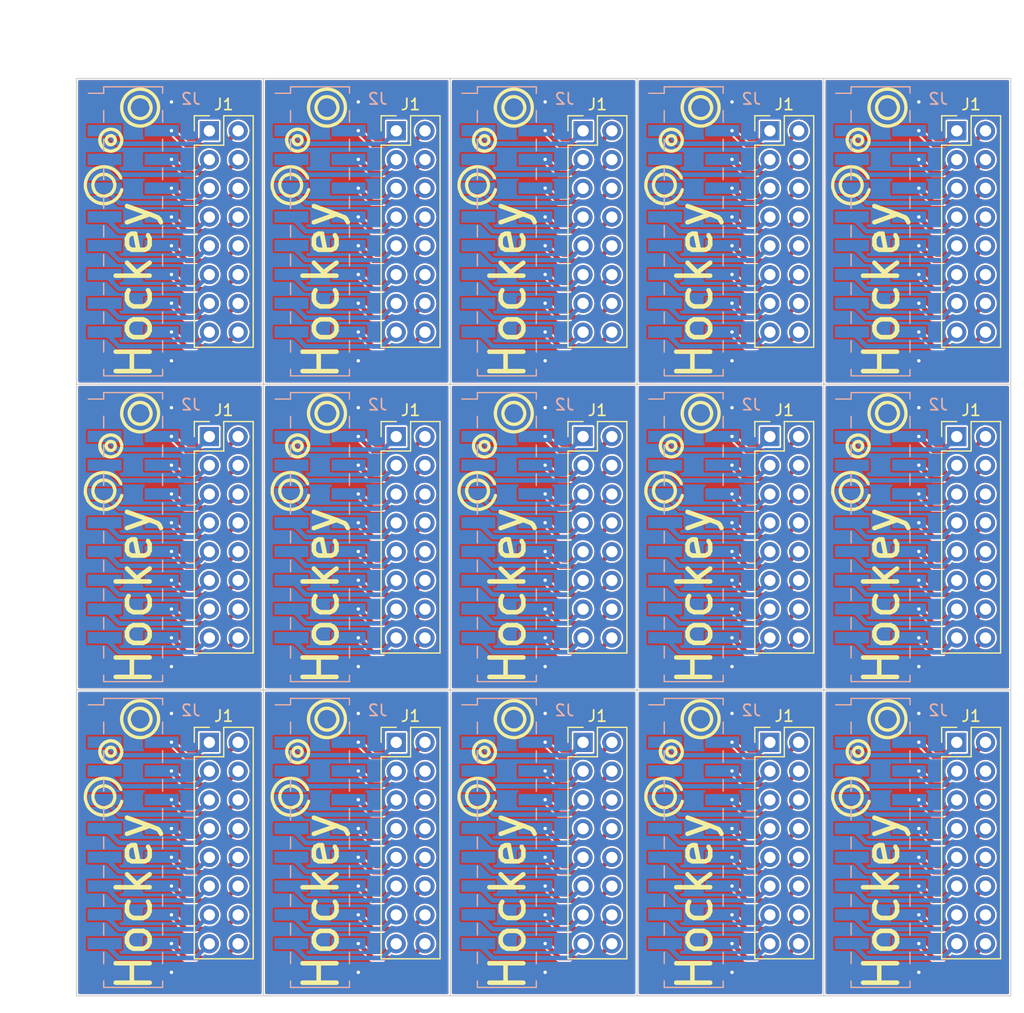
<source format=kicad_pcb>
(kicad_pcb (version 20211014) (generator pcbnew)
  (layers (0 "F.Cu" signal) (31 "B.Cu" signal) (34 "B.Paste" user) (35 "F.Paste" user) (36 "B.SilkS" user "B.Silkscreen") (37 "F.SilkS" user "F.Silkscreen") (38 "B.Mask" user) (39 "F.Mask" user) (44 "Edge.Cuts" user))
  (net 0 "")
  (net 1 "GND")
  (net 2 "Net-(J2-Pad3)")
  (net 3 "Net-(J2-Pad4)")
  (net 4 "Net-(J2-Pad5)")
  (net 5 "Net-(J1-Pad4)")
  (net 6 "Net-(J2-Pad7)")
  (net 7 "Net-(J2-Pad8)")
  (net 8 "Net-(J2-Pad9)")
  (net 9 "Net-(J2-Pad10)")
  (net 10 "Net-(J2-Pad11)")
  (net 11 "Net-(J2-Pad12)")
  (net 12 "Net-(J2-Pad13)")
  (net 13 "Net-(J2-Pad14)")
  (net 14 "Net-(J2-Pad15)")
  (net 15 "Net-(J2-Pad16)")
  (net 16 "Net-(J2-Pad17)")
  (net 17 "Net-(J1-Pad16)")
  (footprint "Connector_PinHeader_2.54mm:PinHeader_2x08_P2.54mm_Vertical" (layer "F.Cu") (at 148.1175 63.7125)
    (fp_text reference "J1")
    (fp_text value "Conn_01x16")
  )
  (footprint "Connector_PinSocket_2.54mm:PinSocket_2x10_P2.54mm_Vertical_SMD" (layer "F.Cu") (at 174.3725 72.5875)
    (fp_text reference "J2")
    (fp_text value "Conn_01x20")
  )
  (footprint "Connector_PinSocket_2.54mm:PinSocket_2x10_P2.54mm_Vertical_SMD" (layer "F.Cu") (at 174.3725 126.5875)
    (fp_text reference "J2")
    (fp_text value "Conn_01x20")
  )
  (footprint "Connector_PinSocket_2.54mm:PinSocket_2x10_P2.54mm_Vertical_SMD" (layer "F.Cu") (at 141.3925 99.5875)
    (fp_text reference "J2")
    (fp_text value "Conn_01x20")
  )
  (footprint "Connector_PinSocket_2.54mm:PinSocket_2x10_P2.54mm_Vertical_SMD" (layer "F.Cu") (at 174.3725 99.5875)
    (fp_text reference "J2")
    (fp_text value "Conn_01x20")
  )
  (footprint "Connector_PinHeader_2.54mm:PinHeader_2x08_P2.54mm_Vertical" (layer "F.Cu") (at 115.1375 63.7125)
    (fp_text reference "J1")
    (fp_text value "Conn_01x16")
  )
  (footprint "Connector_PinSocket_2.54mm:PinSocket_2x10_P2.54mm_Vertical_SMD" (layer "F.Cu") (at 141.3925 126.5875)
    (fp_text reference "J2")
    (fp_text value "Conn_01x20")
  )
  (footprint "Connector_PinHeader_2.54mm:PinHeader_2x08_P2.54mm_Vertical" (layer "F.Cu") (at 164.6075 90.7125)
    (fp_text reference "J1")
    (fp_text value "Conn_01x16")
  )
  (footprint "img:Hockey" (layer "F.Cu") (at 123.5925 65.142432 20)
    (fp_text reference "G***" hide)
    (fp_text value "LOGO" hide)
  )
  (footprint "Connector_PinHeader_2.54mm:PinHeader_2x08_P2.54mm_Vertical" (layer "F.Cu") (at 115.1375 90.7125)
    (fp_text reference "J1")
    (fp_text value "Conn_01x16")
  )
  (footprint "img:Hockey" (layer "F.Cu") (at 107.1025 65.142432 20)
    (fp_text reference "G***" hide)
    (fp_text value "LOGO" hide)
  )
  (footprint "img:Hockey" (layer "F.Cu") (at 107.1025 119.142432 20)
    (fp_text reference "G***" hide)
    (fp_text value "LOGO" hide)
  )
  (footprint "Connector_PinSocket_2.54mm:PinSocket_2x10_P2.54mm_Vertical_SMD" (layer "F.Cu") (at 124.9025 72.5875)
    (fp_text reference "J2")
    (fp_text value "Conn_01x20")
  )
  (footprint "Connector_PinSocket_2.54mm:PinSocket_2x10_P2.54mm_Vertical_SMD" (layer "F.Cu") (at 108.4125 126.5875)
    (fp_text reference "J2")
    (fp_text value "Conn_01x20")
  )
  (footprint "Connector_PinSocket_2.54mm:PinSocket_2x10_P2.54mm_Vertical_SMD" (layer "F.Cu") (at 124.9025 126.5875)
    (fp_text reference "J2")
    (fp_text value "Conn_01x20")
  )
  (footprint "img:Hockey" (layer "F.Cu") (at 107.1025 92.142432 20)
    (fp_text reference "G***" hide)
    (fp_text value "LOGO" hide)
  )
  (footprint "img:Hockey" (layer "F.Cu") (at 156.5725 65.142432 20)
    (fp_text reference "G***" hide)
    (fp_text value "LOGO" hide)
  )
  (footprint "Connector_PinHeader_2.54mm:PinHeader_2x08_P2.54mm_Vertical" (layer "F.Cu") (at 181.0975 63.7125)
    (fp_text reference "J1")
    (fp_text value "Conn_01x16")
  )
  (footprint "Connector_PinSocket_2.54mm:PinSocket_2x10_P2.54mm_Vertical_SMD" (layer "F.Cu") (at 141.3925 72.5875)
    (fp_text reference "J2")
    (fp_text value "Conn_01x20")
  )
  (footprint "Connector_PinSocket_2.54mm:PinSocket_2x10_P2.54mm_Vertical_SMD" (layer "F.Cu") (at 108.4125 99.5875)
    (fp_text reference "J2")
    (fp_text value "Conn_01x20")
  )
  (footprint "Connector_PinHeader_2.54mm:PinHeader_2x08_P2.54mm_Vertical" (layer "F.Cu") (at 164.6075 63.7125)
    (fp_text reference "J1")
    (fp_text value "Conn_01x16")
  )
  (footprint "img:Hockey" (layer "F.Cu") (at 123.5925 119.142432 20)
    (fp_text reference "G***" hide)
    (fp_text value "LOGO" hide)
  )
  (footprint "Connector_PinHeader_2.54mm:PinHeader_2x08_P2.54mm_Vertical" (layer "F.Cu") (at 131.6275 117.7125)
    (fp_text reference "J1")
    (fp_text value "Conn_01x16")
  )
  (footprint "Connector_PinSocket_2.54mm:PinSocket_2x10_P2.54mm_Vertical_SMD" (layer "F.Cu") (at 157.8825 99.5875)
    (fp_text reference "J2")
    (fp_text value "Conn_01x20")
  )
  (footprint "Connector_PinHeader_2.54mm:PinHeader_2x08_P2.54mm_Vertical" (layer "F.Cu") (at 181.0975 117.7125)
    (fp_text reference "J1")
    (fp_text value "Conn_01x16")
  )
  (footprint "Connector_PinHeader_2.54mm:PinHeader_2x08_P2.54mm_Vertical" (layer "F.Cu") (at 148.1175 90.7125)
    (fp_text reference "J1")
    (fp_text value "Conn_01x16")
  )
  (footprint "img:Hockey" (layer "F.Cu") (at 140.0825 92.142432 20)
    (fp_text reference "G***" hide)
    (fp_text value "LOGO" hide)
  )
  (footprint "img:Hockey" (layer "F.Cu") (at 140.0825 119.142432 20)
    (fp_text reference "G***" hide)
    (fp_text value "LOGO" hide)
  )
  (footprint "img:Hockey" (layer "F.Cu") (at 173.0625 92.142432 20)
    (fp_text reference "G***" hide)
    (fp_text value "LOGO" hide)
  )
  (footprint "Connector_PinHeader_2.54mm:PinHeader_2x08_P2.54mm_Vertical" (layer "F.Cu") (at 131.6275 90.7125)
    (fp_text reference "J1")
    (fp_text value "Conn_01x16")
  )
  (footprint "Connector_PinHeader_2.54mm:PinHeader_2x08_P2.54mm_Vertical" (layer "F.Cu") (at 115.1375 117.7125)
    (fp_text reference "J1")
    (fp_text value "Conn_01x16")
  )
  (footprint "img:Hockey" (layer "F.Cu") (at 173.0625 65.142432 20)
    (fp_text reference "G***" hide)
    (fp_text value "LOGO" hide)
  )
  (footprint "img:Hockey" (layer "F.Cu") (at 140.0825 65.142432 20)
    (fp_text reference "G***" hide)
    (fp_text value "LOGO" hide)
  )
  (footprint "img:Hockey" (layer "F.Cu") (at 156.5725 119.142432 20)
    (fp_text reference "G***" hide)
    (fp_text value "LOGO" hide)
  )
  (footprint "Connector_PinHeader_2.54mm:PinHeader_2x08_P2.54mm_Vertical" (layer "F.Cu") (at 148.1175 117.7125)
    (fp_text reference "J1")
    (fp_text value "Conn_01x16")
  )
  (footprint "Connector_PinSocket_2.54mm:PinSocket_2x10_P2.54mm_Vertical_SMD" (layer "F.Cu") (at 124.9025 99.5875)
    (fp_text reference "J2")
    (fp_text value "Conn_01x20")
  )
  (footprint "img:Hockey" (layer "F.Cu") (at 123.5925 92.142432 20)
    (fp_text reference "G***" hide)
    (fp_text value "LOGO" hide)
  )
  (footprint "Connector_PinSocket_2.54mm:PinSocket_2x10_P2.54mm_Vertical_SMD" (layer "F.Cu") (at 157.8825 126.5875)
    (fp_text reference "J2")
    (fp_text value "Conn_01x20")
  )
  (footprint "img:Hockey" (layer "F.Cu") (at 173.0625 119.142432 20)
    (fp_text reference "G***" hide)
    (fp_text value "LOGO" hide)
  )
  (footprint "Connector_PinHeader_2.54mm:PinHeader_2x08_P2.54mm_Vertical" (layer "F.Cu") (at 131.6275 63.7125)
    (fp_text reference "J1")
    (fp_text value "Conn_01x16")
  )
  (footprint "img:Hockey" (layer "F.Cu") (at 156.5725 92.142432 20)
    (fp_text reference "G***" hide)
    (fp_text value "LOGO" hide)
  )
  (footprint "Connector_PinHeader_2.54mm:PinHeader_2x08_P2.54mm_Vertical" (layer "F.Cu") (at 164.6075 117.7125)
    (fp_text reference "J1")
    (fp_text value "Conn_01x16")
  )
  (footprint "Connector_PinHeader_2.54mm:PinHeader_2x08_P2.54mm_Vertical" (layer "F.Cu") (at 181.0975 90.7125)
    (fp_text reference "J1")
    (fp_text value "Conn_01x16")
  )
  (footprint "Connector_PinSocket_2.54mm:PinSocket_2x10_P2.54mm_Vertical_SMD" (layer "F.Cu") (at 108.4125 72.5875)
    (fp_text reference "J2")
    (fp_text value "Conn_01x20")
  )
  (footprint "Connector_PinSocket_2.54mm:PinSocket_2x10_P2.54mm_Vertical_SMD" (layer "F.Cu") (at 157.8825 72.5875)
    (fp_text reference "J2")
    (fp_text value "Conn_01x20")
  )
  (gr_line (start 103.4125 86.0875) (end 103.4125 113.0875) (layer "Edge.Cuts") (width 0.1))
  (gr_line (start 136.3925 113.0875) (end 136.3925 140.0875) (layer "Edge.Cuts") (width 0.1))
  (gr_line (start 119.9025 113.0875) (end 119.9025 140.0875) (layer "Edge.Cuts") (width 0.1))
  (gr_line (start 152.8825 140.0875) (end 169.3725 140.0875) (layer "Edge.Cuts") (width 0.1))
  (gr_line (start 169.3725 113.0875) (end 169.3725 140.0875) (layer "Edge.Cuts") (width 0.1))
  (gr_line (start 152.8825 86.0875) (end 152.8825 113.0875) (layer "Edge.Cuts") (width 0.1))
  (gr_line (start 119.9025 113.0875) (end 103.4125 113.0875) (layer "Edge.Cuts") (width 0.1))
  (gr_line (start 152.8825 59.0875) (end 136.3925 59.0875) (layer "Edge.Cuts") (width 0.1))
  (gr_line (start 136.3925 113.0875) (end 152.8825 113.0875) (layer "Edge.Cuts") (width 0.1))
  (gr_line (start 152.8825 113.0875) (end 152.8825 140.0875) (layer "Edge.Cuts") (width 0.1))
  (gr_line (start 103.4125 113.0875) (end 103.4125 140.0875) (layer "Edge.Cuts") (width 0.1))
  (gr_line (start 136.3925 59.0875) (end 136.3925 86.0875) (layer "Edge.Cuts") (width 0.1))
  (gr_line (start 152.8825 86.0875) (end 152.8825 113.0875) (layer "Edge.Cuts") (width 0.1))
  (gr_line (start 136.3925 59.0875) (end 119.9025 59.0875) (layer "Edge.Cuts") (width 0.1))
  (gr_line (start 103.4125 86.0875) (end 119.9025 86.0875) (layer "Edge.Cuts") (width 0.1))
  (gr_line (start 152.8825 113.0875) (end 152.8825 140.0875) (layer "Edge.Cuts") (width 0.1))
  (gr_line (start 185.8625 86.0875) (end 185.8625 113.0875) (layer "Edge.Cuts") (width 0.1))
  (gr_line (start 136.3925 113.0875) (end 119.9025 113.0875) (layer "Edge.Cuts") (width 0.1))
  (gr_line (start 169.3725 86.0875) (end 152.8825 86.0875) (layer "Edge.Cuts") (width 0.1))
  (gr_line (start 136.3925 86.0875) (end 136.3925 113.0875) (layer "Edge.Cuts") (width 0.1))
  (gr_line (start 136.3925 86.0875) (end 136.3925 113.0875) (layer "Edge.Cuts") (width 0.1))
  (gr_line (start 185.8625 113.0875) (end 185.8625 140.0875) (layer "Edge.Cuts") (width 0.1))
  (gr_line (start 169.3725 86.0875) (end 185.8625 86.0875) (layer "Edge.Cuts") (width 0.1))
  (gr_line (start 136.3925 86.0875) (end 152.8825 86.0875) (layer "Edge.Cuts") (width 0.1))
  (gr_line (start 152.8825 113.0875) (end 136.3925 113.0875) (layer "Edge.Cuts") (width 0.1))
  (gr_line (start 119.9025 59.0875) (end 119.9025 86.0875) (layer "Edge.Cuts") (width 0.1))
  (gr_line (start 185.8625 113.0875) (end 169.3725 113.0875) (layer "Edge.Cuts") (width 0.1))
  (gr_line (start 169.3725 59.0875) (end 152.8825 59.0875) (layer "Edge.Cuts") (width 0.1))
  (gr_line (start 185.8625 59.0875) (end 169.3725 59.0875) (layer "Edge.Cuts") (width 0.1))
  (gr_line (start 185.8625 59.0875) (end 185.8625 86.0875) (layer "Edge.Cuts") (width 0.1))
  (gr_line (start 136.3925 140.0875) (end 152.8825 140.0875) (layer "Edge.Cuts") (width 0.1))
  (gr_line (start 169.3725 113.0875) (end 185.8625 113.0875) (layer "Edge.Cuts") (width 0.1))
  (gr_line (start 103.4125 59.0875) (end 103.4125 86.0875) (layer "Edge.Cuts") (width 0.1))
  (gr_line (start 119.9025 86.0875) (end 103.4125 86.0875) (layer "Edge.Cuts") (width 0.1))
  (gr_line (start 119.9025 113.0875) (end 119.9025 140.0875) (layer "Edge.Cuts") (width 0.1))
  (gr_line (start 136.3925 59.0875) (end 136.3925 86.0875) (layer "Edge.Cuts") (width 0.1))
  (gr_line (start 152.8825 86.0875) (end 136.3925 86.0875) (layer "Edge.Cuts") (width 0.1))
  (gr_line (start 119.9025 86.0875) (end 119.9025 113.0875) (layer "Edge.Cuts") (width 0.1))
  (gr_line (start 103.4125 140.0875) (end 119.9025 140.0875) (layer "Edge.Cuts") (width 0.1))
  (gr_line (start 119.9025 140.0875) (end 136.3925 140.0875) (layer "Edge.Cuts") (width 0.1))
  (gr_line (start 119.9025 59.0875) (end 119.9025 86.0875) (layer "Edge.Cuts") (width 0.1))
  (gr_line (start 152.8825 59.0875) (end 152.8825 86.0875) (layer "Edge.Cuts") (width 0.1))
  (gr_line (start 119.9025 86.0875) (end 119.9025 113.0875) (layer "Edge.Cuts") (width 0.1))
  (gr_line (start 136.3925 86.0875) (end 119.9025 86.0875) (layer "Edge.Cuts") (width 0.1))
  (gr_line (start 119.9025 86.0875) (end 136.3925 86.0875) (layer "Edge.Cuts") (width 0.1))
  (gr_line (start 169.3725 113.0875) (end 152.8825 113.0875) (layer "Edge.Cuts") (width 0.1))
  (gr_line (start 103.4125 113.0875) (end 119.9025 113.0875) (layer "Edge.Cuts") (width 0.1))
  (gr_line (start 169.3725 140.0875) (end 185.8625 140.0875) (layer "Edge.Cuts") (width 0.1))
  (gr_line (start 169.3725 59.0875) (end 169.3725 86.0875) (layer "Edge.Cuts") (width 0.1))
  (gr_line (start 169.3725 113.0875) (end 169.3725 140.0875) (layer "Edge.Cuts") (width 0.1))
  (gr_line (start 169.3725 86.0875) (end 169.3725 113.0875) (layer "Edge.Cuts") (width 0.1))
  (gr_line (start 136.3925 113.0875) (end 136.3925 140.0875) (layer "Edge.Cuts") (width 0.1))
  (gr_line (start 169.3725 59.0875) (end 169.3725 86.0875) (layer "Edge.Cuts") (width 0.1))
  (gr_line (start 152.8825 59.0875) (end 152.8825 86.0875) (layer "Edge.Cuts") (width 0.1))
  (gr_line (start 152.8825 86.0875) (end 169.3725 86.0875) (layer "Edge.Cuts") (width 0.1))
  (gr_line (start 119.9025 113.0875) (end 136.3925 113.0875) (layer "Edge.Cuts") (width 0.1))
  (gr_line (start 119.9025 59.0875) (end 103.4125 59.0875) (layer "Edge.Cuts") (width 0.1))
  (gr_line (start 169.3725 86.0875) (end 169.3725 113.0875) (layer "Edge.Cuts") (width 0.1))
  (gr_line (start 185.8625 86.0875) (end 169.3725 86.0875) (layer "Edge.Cuts") (width 0.1))
  (gr_line (start 152.8825 113.0875) (end 169.3725 113.0875) (layer "Edge.Cuts") (width 0.1))
  (gr_text "Hockey" (at 174.4625 77.7875 90) (layer "F.SilkS") (effects (font (size 3 3) (thickness 0.4))))
  (gr_text "Hockey" (at 174.4625 104.7875 90) (layer "F.SilkS") (effects (font (size 3 3) (thickness 0.4))))
  (gr_text "Hockey" (at 174.4625 131.7875 90) (layer "F.SilkS") (effects (font (size 3 3) (thickness 0.4))))
  (gr_text "Hockey" (at 157.9725 131.7875 90) (layer "F.SilkS") (effects (font (size 3 3) (thickness 0.4))))
  (gr_text "Hockey" (at 124.9925 131.7875 90) (layer "F.SilkS") (effects (font (size 3 3) (thickness 0.4))))
  (gr_text "Hockey" (at 157.9725 77.7875 90) (layer "F.SilkS") (effects (font (size 3 3) (thickness 0.4))))
  (gr_text "Hockey" (at 108.5025 131.7875 90) (layer "F.SilkS") (effects (font (size 3 3) (thickness 0.4))))
  (gr_text "Hockey" (at 157.9725 104.7875 90) (layer "F.SilkS") (effects (font (size 3 3) (thickness 0.4))))
  (gr_text "Hockey" (at 141.4825 77.7875 90) (layer "F.SilkS") (effects (font (size 3 3) (thickness 0.4))))
  (gr_text "Hockey" (at 141.4825 131.7875 90) (layer "F.SilkS") (effects (font (size 3 3) (thickness 0.4))))
  (gr_text "Hockey" (at 124.9925 104.7875 90) (layer "F.SilkS") (effects (font (size 3 3) (thickness 0.4))))
  (gr_text "Hockey" (at 124.9925 77.7875 90) (layer "F.SilkS") (effects (font (size 3 3) (thickness 0.4))))
  (gr_text "Hockey" (at 108.5025 77.7875 90) (layer "F.SilkS") (effects (font (size 3 3) (thickness 0.4))))
  (gr_text "Hockey" (at 108.5025 104.7875 90) (layer "F.SilkS") (effects (font (size 3 3) (thickness 0.4))))
  (gr_text "Hockey" (at 141.4825 104.7875 90) (layer "F.SilkS") (effects (font (size 3 3) (thickness 0.4))))
  (via (at 177.7525 88.1575) (size 0.6) (drill 0.3) (layers "F.Cu" "B.Cu") (net 1))
  (via (at 128.2825 115.1575) (size 0.6) (drill 0.3) (layers "F.Cu" "B.Cu") (net 1))
  (via (at 177.7525 84.0175) (size 0.6) (drill 0.3) (layers "F.Cu" "B.Cu") (net 1))
  (via (at 161.2625 88.1575) (size 0.6) (drill 0.3) (layers "F.Cu" "B.Cu") (net 1))
  (via (at 161.2625 115.1575) (size 0.6) (drill 0.3) (layers "F.Cu" "B.Cu") (net 1))
  (via (at 177.7525 115.1575) (size 0.6) (drill 0.3) (layers "F.Cu" "B.Cu") (net 1))
  (via (at 161.2625 61.1575) (size 0.6) (drill 0.3) (layers "F.Cu" "B.Cu") (net 1))
  (via (at 177.7525 111.0175) (size 0.6) (drill 0.3) (layers "F.Cu" "B.Cu") (net 1))
  (via (at 177.7525 61.1575) (size 0.6) (drill 0.3) (layers "F.Cu" "B.Cu") (net 1))
  (via (at 161.2625 111.0175) (size 0.6) (drill 0.3) (layers "F.Cu" "B.Cu") (net 1))
  (via (at 144.7725 115.1575) (size 0.6) (drill 0.3) (layers "F.Cu" "B.Cu") (net 1))
  (via (at 144.7725 111.0175) (size 0.6) (drill 0.3) (layers "F.Cu" "B.Cu") (net 1))
  (via (at 144.7725 61.1575) (size 0.6) (drill 0.3) (layers "F.Cu" "B.Cu") (net 1))
  (via (at 144.7725 84.0175) (size 0.6) (drill 0.3) (layers "F.Cu" "B.Cu") (net 1))
  (via (at 111.7925 115.1575) (size 0.6) (drill 0.3) (layers "F.Cu" "B.Cu") (net 1))
  (via (at 111.7925 138.0175) (size 0.6) (drill 0.3) (layers "F.Cu" "B.Cu") (net 1))
  (via (at 128.2825 138.0175) (size 0.6) (drill 0.3) (layers "F.Cu" "B.Cu") (net 1))
  (via (at 128.2825 111.0175) (size 0.6) (drill 0.3) (layers "F.Cu" "B.Cu") (net 1))
  (via (at 111.7925 111.0175) (size 0.6) (drill 0.3) (layers "F.Cu" "B.Cu") (net 1))
  (via (at 161.2625 84.0175) (size 0.6) (drill 0.3) (layers "F.Cu" "B.Cu") (net 1))
  (via (at 111.7925 61.1575) (size 0.6) (drill 0.3) (layers "F.Cu" "B.Cu") (net 1))
  (via (at 144.7725 88.1575) (size 0.6) (drill 0.3) (layers "F.Cu" "B.Cu") (net 1))
  (via (at 161.2625 138.0175) (size 0.6) (drill 0.3) (layers "F.Cu" "B.Cu") (net 1))
  (via (at 128.2825 61.1575) (size 0.6) (drill 0.3) (layers "F.Cu" "B.Cu") (net 1))
  (via (at 144.7725 138.0175) (size 0.6) (drill 0.3) (layers "F.Cu" "B.Cu") (net 1))
  (via (at 111.7925 88.1575) (size 0.6) (drill 0.3) (layers "F.Cu" "B.Cu") (net 1))
  (via (at 128.2825 88.1575) (size 0.6) (drill 0.3) (layers "F.Cu" "B.Cu") (net 1))
  (via (at 177.7525 138.0175) (size 0.6) (drill 0.3) (layers "F.Cu" "B.Cu") (net 1))
  (via (at 111.7925 84.0175) (size 0.6) (drill 0.3) (layers "F.Cu" "B.Cu") (net 1))
  (via (at 128.2825 84.0175) (size 0.6) (drill 0.3) (layers "F.Cu" "B.Cu") (net 1))
  (segment (start 181.0825 90.6975) (end 181.0975 90.7125) (width 1) (layer "F.Cu") (net 2))
  (segment (start 164.5925 63.6975) (end 164.6075 63.7125) (width 1) (layer "F.Cu") (net 2))
  (segment (start 164.5925 117.6975) (end 164.6075 117.7125) (width 1) (layer "F.Cu") (net 2))
  (segment (start 164.5925 90.6975) (end 164.6075 90.7125) (width 1) (layer "F.Cu") (net 2))
  (segment (start 115.1225 63.6975) (end 115.1375 63.7125) (width 1) (layer "F.Cu") (net 2))
  (segment (start 131.6125 117.6975) (end 131.6275 117.7125) (width 1) (layer "F.Cu") (net 2))
  (segment (start 181.0825 63.6975) (end 181.0975 63.7125) (width 1) (layer "F.Cu") (net 2))
  (segment (start 131.6125 90.6975) (end 131.6275 90.7125) (width 1) (layer "F.Cu") (net 2))
  (segment (start 115.1225 90.6975) (end 115.1375 90.7125) (width 1) (layer "F.Cu") (net 2))
  (segment (start 148.1025 90.6975) (end 148.1175 90.7125) (width 1) (layer "F.Cu") (net 2))
  (segment (start 181.0825 117.6975) (end 181.0975 117.7125) (width 1) (layer "F.Cu") (net 2))
  (segment (start 148.1025 117.6975) (end 148.1175 117.7125) (width 1) (layer "F.Cu") (net 2))
  (segment (start 115.1225 117.6975) (end 115.1375 117.7125) (width 1) (layer "F.Cu") (net 2))
  (segment (start 131.6125 63.6975) (end 131.6275 63.7125) (width 1) (layer "F.Cu") (net 2))
  (segment (start 148.1025 63.6975) (end 148.1175 63.7125) (width 1) (layer "F.Cu") (net 2))
  (segment (start 114.0025 118.8475) (end 107.0425 118.8475) (width 0.4) (layer "B.Cu") (net 2))
  (segment (start 181.0975 63.7125) (end 179.9625 64.8475) (width 0.4) (layer "B.Cu") (net 2))
  (segment (start 156.5125 118.8475) (end 155.3625 117.6975) (width 0.4) (layer "B.Cu") (net 2))
  (segment (start 146.9825 118.8475) (end 140.0225 118.8475) (width 0.4) (layer "B.Cu") (net 2))
  (segment (start 140.0225 64.8475) (end 138.8725 63.6975) (width 0.4) (layer "B.Cu") (net 2))
  (segment (start 163.4725 118.8475) (end 156.5125 118.8475) (width 0.4) (layer "B.Cu") (net 2))
  (segment (start 123.5325 118.8475) (end 122.3825 117.6975) (width 0.4) (layer "B.Cu") (net 2))
  (segment (start 179.9625 118.8475) (end 173.0025 118.8475) (width 0.4) (layer "B.Cu") (net 2))
  (segment (start 131.6275 90.7125) (end 130.4925 91.8475) (width 0.4) (layer "B.Cu") (net 2))
  (segment (start 164.6075 117.7125) (end 163.4725 118.8475) (width 0.4) (layer "B.Cu") (net 2))
  (segment (start 107.0425 91.8475) (end 105.8925 90.6975) (width 0.4) (layer "B.Cu") (net 2))
  (segment (start 148.1175 63.7125) (end 146.9825 64.8475) (width 0.4) (layer "B.Cu") (net 2))
  (segment (start 163.4725 64.8475) (end 156.5125 64.8475) (width 0.4) (layer "B.Cu") (net 2))
  (segment (start 115.1375 117.7125) (end 114.0025 118.8475) (width 0.4) (layer "B.Cu") (net 2))
  (segment (start 114.0025 64.8475) (end 107.0425 64.8475) (width 0.4) (layer "B.Cu") (net 2))
  (segment (start 181.0975 117.7125) (end 179.9625 118.8475) (width 0.4) (layer "B.Cu") (net 2))
  (segment (start 123.5325 91.8475) (end 122.3825 90.6975) (width 0.4) (layer "B.Cu") (net 2))
  (segment (start 173.0025 118.8475) (end 171.8525 117.6975) (width 0.4) (layer "B.Cu") (net 2))
  (segment (start 181.0975 90.7125) (end 179.9625 91.8475) (width 0.4) (layer "B.Cu") (net 2))
  (segment (start 163.4725 91.8475) (end 156.5125 91.8475) (width 0.4) (layer "B.Cu") (net 2))
  (segment (start 115.1375 63.7125) (end 114.0025 64.8475) (width 0.4) (layer "B.Cu") (net 2))
  (segment (start 131.6275 63.7125) (end 130.4925 64.8475) (width 0.4) (layer "B.Cu") (net 2))
  (segment (start 130.4925 64.8475) (end 123.5325 64.8475) (width 0.4) (layer "B.Cu") (net 2))
  (segment (start 114.0025 91.8475) (end 107.0425 91.8475) (width 0.4) (layer "B.Cu") (net 2))
  (segment (start 130.4925 118.8475) (end 123.5325 118.8475) (width 0.4) (layer "B.Cu") (net 2))
  (segment (start 123.5325 64.8475) (end 122.3825 63.6975) (width 0.4) (layer "B.Cu") (net 2))
  (segment (start 173.0025 91.8475) (end 171.8525 90.6975) (width 0.4) (layer "B.Cu") (net 2))
  (segment (start 146.9825 91.8475) (end 140.0225 91.8475) (width 0.4) (layer "B.Cu") (net 2))
  (segment (start 131.6275 117.7125) (end 130.4925 118.8475) (width 0.4) (layer "B.Cu") (net 2))
  (segment (start 130.4925 91.8475) (end 123.5325 91.8475) (width 0.4) (layer "B.Cu") (net 2))
  (segment (start 156.5125 64.8475) (end 155.3625 63.6975) (width 0.4) (layer "B.Cu") (net 2))
  (segment (start 107.0425 64.8475) (end 105.8925 63.6975) (width 0.4) (layer "B.Cu") (net 2))
  (segment (start 156.5125 91.8475) (end 155.3625 90.6975) (width 0.4) (layer "B.Cu") (net 2))
  (segment (start 179.9625 91.8475) (end 173.0025 91.8475) (width 0.4) (layer "B.Cu") (net 2))
  (segment (start 140.0225 118.8475) (end 138.8725 117.6975) (width 0.4) (layer "B.Cu") (net 2))
  (segment (start 164.6075 63.7125) (end 163.4725 64.8475) (width 0.4) (layer "B.Cu") (net 2))
  (segment (start 107.0425 118.8475) (end 105.8925 117.6975) (width 0.4) (layer "B.Cu") (net 2))
  (segment (start 115.1375 90.7125) (end 114.0025 91.8475) (width 0.4) (layer "B.Cu") (net 2))
  (segment (start 164.6075 90.7125) (end 163.4725 91.8475) (width 0.4) (layer "B.Cu") (net 2))
  (segment (start 179.9625 64.8475) (end 173.0025 64.8475) (width 0.4) (layer "B.Cu") (net 2))
  (segment (start 146.9825 64.8475) (end 140.0225 64.8475) (width 0.4) (layer "B.Cu") (net 2))
  (segment (start 148.1175 90.7125) (end 146.9825 91.8475) (width 0.4) (layer "B.Cu") (net 2))
  (segment (start 148.1175 117.7125) (end 146.9825 118.8475) (width 0.4) (layer "B.Cu") (net 2))
  (segment (start 173.0025 64.8475) (end 171.8525 63.6975) (width 0.4) (layer "B.Cu") (net 2))
  (segment (start 140.0225 91.8475) (end 138.8725 90.6975) (width 0.4) (layer "B.Cu") (net 2))
  (segment (start 177.7525 63.6975) (end 179.0225 64.9675) (width 0.4) (layer "F.Cu") (net 3))
  (segment (start 165.8925 118.9675) (end 167.1475 117.7125) (width 0.4) (layer "F.Cu") (net 3))
  (segment (start 146.0425 118.9675) (end 149.4025 118.9675) (width 0.4) (layer "F.Cu") (net 3))
  (segment (start 182.3825 64.9675) (end 183.6375 63.7125) (width 0.4) (layer "F.Cu") (net 3))
  (segment (start 111.7925 90.6975) (end 113.0625 91.9675) (width 0.4) (layer "F.Cu") (net 3))
  (segment (start 144.7725 63.6975) (end 146.0425 64.9675) (width 0.4) (layer "F.Cu") (net 3))
  (segment (start 128.2825 117.6975) (end 129.5525 118.9675) (width 0.4) (layer "F.Cu") (net 3))
  (segment (start 113.0625 64.9675) (end 116.4225 64.9675) (width 0.4) (layer "F.Cu") (net 3))
  (segment (start 177.7525 90.6975) (end 179.0225 91.9675) (width 0.4) (layer "F.Cu") (net 3))
  (segment (start 111.7925 63.6975) (end 113.0625 64.9675) (width 0.4) (layer "F.Cu") (net 3))
  (segment (start 149.4025 118.9675) (end 150.6575 117.7125) (width 0.4) (layer "F.Cu") (net 3))
  (segment (start 179.0225 64.9675) (end 182.3825 64.9675) (width 0.4) (layer "F.Cu") (net 3))
  (segment (start 162.5325 91.9675) (end 165.8925 91.9675) (width 0.4) (layer "F.Cu") (net 3))
  (segment (start 162.5325 118.9675) (end 165.8925 118.9675) (width 0.4) (layer "F.Cu") (net 3))
  (segment (start 129.5525 64.9675) (end 132.9125 64.9675) (width 0.4) (layer "F.Cu") (net 3))
  (segment (start 161.2625 90.6975) (end 162.5325 91.9675) (width 0.4) (layer "F.Cu") (net 3))
  (segment (start 132.9125 118.9675) (end 134.1675 117.7125) (width 0.4) (layer "F.Cu") (net 3))
  (segment (start 144.7725 117.6975) (end 146.0425 118.9675) (width 0.4) (layer "F.Cu") (net 3))
  (segment (start 146.0425 91.9675) (end 149.4025 91.9675) (width 0.4) (layer "F.Cu") (net 3))
  (segment (start 165.8925 64.9675) (end 167.1475 63.7125) (width 0.4) (layer "F.Cu") (net 3))
  (segment (start 161.2625 63.6975) (end 162.5325 64.9675) (width 0.4) (layer "F.Cu") (net 3))
  (segment (start 144.7725 90.6975) (end 146.0425 91.9675) (width 0.4) (layer "F.Cu") (net 3))
  (segment (start 128.2825 90.6975) (end 129.5525 91.9675) (width 0.4) (layer "F.Cu") (net 3))
  (segment (start 162.5325 64.9675) (end 165.8925 64.9675) (width 0.4) (layer "F.Cu") (net 3))
  (segment (start 165.8925 91.9675) (end 167.1475 90.7125) (width 0.4) (layer "F.Cu") (net 3))
  (segment (start 116.4225 91.9675) (end 117.6775 90.7125) (width 0.4) (layer "F.Cu") (net 3))
  (segment (start 149.4025 64.9675) (end 150.6575 63.7125) (width 0.4) (layer "F.Cu") (net 3))
  (segment (start 129.5525 118.9675) (end 132.9125 118.9675) (width 0.4) (layer "F.Cu") (net 3))
  (segment (start 116.4225 118.9675) (end 117.6775 117.7125) (width 0.4) (layer "F.Cu") (net 3))
  (segment (start 113.0625 118.9675) (end 116.4225 118.9675) (width 0.4) (layer "F.Cu") (net 3))
  (segment (start 161.2625 117.6975) (end 162.5325 118.9675) (width 0.4) (layer "F.Cu") (net 3))
  (segment (start 179.0225 91.9675) (end 182.3825 91.9675) (width 0.4) (layer "F.Cu") (net 3))
  (segment (start 182.3825 118.9675) (end 183.6375 117.7125) (width 0.4) (layer "F.Cu") (net 3))
  (segment (start 179.0225 118.9675) (end 182.3825 118.9675) (width 0.4) (layer "F.Cu") (net 3))
  (segment (start 116.4225 64.9675) (end 117.6775 63.7125) (width 0.4) (layer "F.Cu") (net 3))
  (segment (start 129.5525 91.9675) (end 132.9125 91.9675) (width 0.4) (layer "F.Cu") (net 3))
  (segment (start 146.0425 64.9675) (end 149.4025 64.9675) (width 0.4) (layer "F.Cu") (net 3))
  (segment (start 113.0625 91.9675) (end 116.4225 91.9675) (width 0.4) (layer "F.Cu") (net 3))
  (segment (start 132.9125 91.9675) (end 134.1675 90.7125) (width 0.4) (layer "F.Cu") (net 3))
  (segment (start 132.9125 64.9675) (end 134.1675 63.7125) (width 0.4) (layer "F.Cu") (net 3))
  (segment (start 149.4025 91.9675) (end 150.6575 90.7125) (width 0.4) (layer "F.Cu") (net 3))
  (segment (start 111.7925 117.6975) (end 113.0625 118.9675) (width 0.4) (layer "F.Cu") (net 3))
  (segment (start 182.3825 91.9675) (end 183.6375 90.7125) (width 0.4) (layer "F.Cu") (net 3))
  (segment (start 128.2825 63.6975) (end 129.5525 64.9675) (width 0.4) (layer "F.Cu") (net 3))
  (segment (start 177.7525 117.6975) (end 179.0225 118.9675) (width 0.4) (layer "F.Cu") (net 3))
  (via (at 111.7925 117.6975) (size 0.6) (drill 0.3) (layers "F.Cu" "B.Cu") (net 3))
  (via (at 177.7525 63.6975) (size 0.6) (drill 0.3) (layers "F.Cu" "B.Cu") (net 3))
  (via (at 128.2825 90.6975) (size 0.6) (drill 0.3) (layers "F.Cu" "B.Cu") (net 3))
  (via (at 161.2625 117.6975) (size 0.6) (drill 0.3) (layers "F.Cu" "B.Cu") (net 3))
  (via (at 161.2625 63.6975) (size 0.6) (drill 0.3) (layers "F.Cu" "B.Cu") (net 3))
  (via (at 177.7525 90.6975) (size 0.6) (drill 0.3) (layers "F.Cu" "B.Cu") (net 3))
  (via (at 111.7925 90.6975) (size 0.6) (drill 0.3) (layers "F.Cu" "B.Cu") (net 3))
  (via (at 128.2825 63.6975) (size 0.6) (drill 0.3) (layers "F.Cu" "B.Cu") (net 3))
  (via (at 128.2825 117.6975) (size 0.6) (drill 0.3) (layers "F.Cu" "B.Cu") (net 3))
  (via (at 161.2625 90.6975) (size 0.6) (drill 0.3) (layers "F.Cu" "B.Cu") (net 3))
  (via (at 111.7925 63.6975) (size 0.6) (drill 0.3) (layers "F.Cu" "B.Cu") (net 3))
  (via (at 144.7725 117.6975) (size 0.6) (drill 0.3) (layers "F.Cu" "B.Cu") (net 3))
  (via (at 144.7725 63.6975) (size 0.6) (drill 0.3) (layers "F.Cu" "B.Cu") (net 3))
  (via (at 177.7525 117.6975) (size 0.6) (drill 0.3) (layers "F.Cu" "B.Cu") (net 3))
  (via (at 144.7725 90.6975) (size 0.6) (drill 0.3) (layers "F.Cu" "B.Cu") (net 3))
  (segment (start 115.1225 93.2375) (end 115.1375 93.2525) (width 1) (layer "F.Cu") (net 4))
  (segment (start 115.1225 66.2375) (end 115.1375 66.2525) (width 1) (layer "F.Cu") (net 4))
  (segment (start 164.5925 120.2375) (end 164.6075 120.2525) (width 1) (layer "F.Cu") (net 4))
  (segment (start 131.6125 120.2375) (end 131.6275 120.2525) (width 1) (layer "F.Cu") (net 4))
  (segment (start 148.1025 93.2375) (end 148.1175 93.2525) (width 1) (layer "F.Cu") (net 4))
  (segment (start 164.5925 66.2375) (end 164.6075 66.2525) (width 1) (layer "F.Cu") (net 4))
  (segment (start 131.6125 93.2375) (end 131.6275 93.2525) (width 1) (layer "F.Cu") (net 4))
  (segment (start 164.5925 93.2375) (end 164.6075 93.2525) (width 1) (layer "F.Cu") (net 4))
  (segment (start 148.1025 120.2375) (end 148.1175 120.2525) (width 1) (layer "F.Cu") (net 4))
  (segment (start 131.6125 66.2375) (end 131.6275 66.2525) (width 1) (layer "F.Cu") (net 4))
  (segment (start 115.1225 120.2375) (end 115.1375 120.2525) (width 1) (layer "F.Cu") (net 4))
  (segment (start 181.0825 93.2375) (end 181.0975 93.2525) (width 1) (layer "F.Cu") (net 4))
  (segment (start 181.0825 66.2375) (end 181.0975 66.2525) (width 1) (layer "F.Cu") (net 4))
  (segment (start 181.0825 120.2375) (end 181.0975 120.2525) (width 1) (layer "F.Cu") (net 4))
  (segment (start 148.1025 66.2375) (end 148.1175 66.2525) (width 1) (layer "F.Cu") (net 4))
  (segment (start 107.2425 67.5875) (end 105.8925 66.2375) (width 0.4) (layer "B.Cu") (net 4))
  (segment (start 181.0975 120.2525) (end 179.7625 121.5875) (width 0.4) (layer "B.Cu") (net 4))
  (segment (start 173.2025 67.5875) (end 171.8525 66.2375) (width 0.4) (layer "B.Cu") (net 4))
  (segment (start 181.0975 66.2525) (end 179.7625 67.5875) (width 0.4) (layer "B.Cu") (net 4))
  (segment (start 140.2225 94.5875) (end 138.8725 93.2375) (width 0.4) (layer "B.Cu") (net 4))
  (segment (start 131.6275 93.2525) (end 130.2925 94.5875) (width 0.4) (layer "B.Cu") (net 4))
  (segment (start 130.2925 67.5875) (end 123.7325 67.5875) (width 0.4) (layer "B.Cu") (net 4))
  (segment (start 163.2725 121.5875) (end 156.7125 121.5875) (width 0.4) (layer "B.Cu") (net 4))
  (segment (start 148.1175 66.2525) (end 146.7825 67.5875) (width 0.4) (layer "B.Cu") (net 4))
  (segment (start 163.2725 94.5875) (end 156.7125 94.5875) (width 0.4) (layer "B.Cu") (net 4))
  (segment (start 140.2225 67.5875) (end 138.8725 66.2375) (width 0.4) (layer "B.Cu") (net 4))
  (segment (start 164.6075 93.2525) (end 163.2725 94.5875) (width 0.4) (layer "B.Cu") (net 4))
  (segment (start 163.2725 67.5875) (end 156.7125 67.5875) (width 0.4) (layer "B.Cu") (net 4))
  (segment (start 123.7325 121.5875) (end 122.3825 120.2375) (width 0.4) (layer "B.Cu") (net 4))
  (segment (start 181.0975 93.2525) (end 179.7625 94.5875) (width 0.4) (layer "B.Cu") (net 4))
  (segment (start 140.2225 121.5875) (end 138.8725 120.2375) (width 0.4) (layer "B.Cu") (net 4))
  (segment (start 148.1175 93.2525) (end 146.7825 94.5875) (width 0.4) (layer "B.Cu") (net 4))
  (segment (start 164.6075 120.2525) (end 163.2725 121.5875) (width 0.4) (layer "B.Cu") (net 4))
  (segment (start 115.1375 93.2525) (end 113.8025 94.5875) (width 0.4) (layer "B.Cu") (net 4))
  (segment (start 173.2025 121.5875) (end 171.8525 120.2375) (width 0.4) (layer "B.Cu") (net 4))
  (segment (start 113.8025 67.5875) (end 107.2425 67.5875) (width 0.4) (layer "B.Cu") (net 4))
  (segment (start 131.6275 120.2525) (end 130.2925 121.5875) (width 0.4) (layer "B.Cu") (net 4))
  (segment (start 130.2925 121.5875) (end 123.7325 121.5875) (width 0.4) (layer "B.Cu") (net 4))
  (segment (start 130.2925 94.5875) (end 123.7325 94.5875) (width 0.4) (layer "B.Cu") (net 4))
  (segment (start 173.2025 94.5875) (end 171.8525 93.2375) (width 0.4) (layer "B.Cu") (net 4))
  (segment (start 107.2425 94.5875) (end 105.8925 93.2375) (width 0.4) (layer "B.Cu") (net 4))
  (segment (start 156.7125 94.5875) (end 155.3625 93.2375) (width 0.4) (layer "B.Cu") (net 4))
  (segment (start 115.1375 66.2525) (end 113.8025 67.5875) (width 0.4) (layer "B.Cu") (net 4))
  (segment (start 123.7325 67.5875) (end 122.3825 66.2375) (width 0.4) (layer "B.Cu") (net 4))
  (segment (start 113.8025 121.5875) (end 107.2425 121.5875) (width 0.4) (layer "B.Cu") (net 4))
  (segment (start 179.7625 121.5875) (end 173.2025 121.5875) (width 0.4) (layer "B.Cu") (net 4))
  (segment (start 179.7625 94.5875) (end 173.2025 94.5875) (width 0.4) (layer "B.Cu") (net 4))
  (segment (start 107.2425 121.5875) (end 105.8925 120.2375) (width 0.4) (layer "B.Cu") (net 4))
  (segment (start 146.7825 121.5875) (end 140.2225 121.5875) (width 0.4) (layer "B.Cu") (net 4))
  (segment (start 113.8025 94.5875) (end 107.2425 94.5875) (width 0.4) (layer "B.Cu") (net 4))
  (segment (start 156.7125 67.5875) (end 155.3625 66.2375) (width 0.4) (layer "B.Cu") (net 4))
  (segment (start 156.7125 121.5875) (end 155.3625 120.2375) (width 0.4) (layer "B.Cu") (net 4))
  (segment (start 131.6275 66.2525) (end 130.2925 67.5875) (width 0.4) (layer "B.Cu") (net 4))
  (segment (start 146.7825 67.5875) (end 140.2225 67.5875) (width 0.4) (layer "B.Cu") (net 4))
  (segment (start 148.1175 120.2525) (end 146.7825 121.5875) (width 0.4) (layer "B.Cu") (net 4))
  (segment (start 146.7825 94.5875) (end 140.2225 94.5875) (width 0.4) (layer "B.Cu") (net 4))
  (segment (start 115.1375 120.2525) (end 113.8025 121.5875) (width 0.4) (layer "B.Cu") (net 4))
  (segment (start 179.7625 67.5875) (end 173.2025 67.5875) (width 0.4) (layer "B.Cu") (net 4))
  (segment (start 164.6075 66.2525) (end 163.2725 67.5875) (width 0.4) (layer "B.Cu") (net 4))
  (segment (start 123.7325 94.5875) (end 122.3825 93.2375) (width 0.4) (layer "B.Cu") (net 4))
  (segment (start 149.4575 121.4525) (end 150.6575 120.2525) (width 0.4) (layer "F.Cu") (net 5))
  (segment (start 177.7525 120.2375) (end 178.9675 121.4525) (width 0.4) (layer "F.Cu") (net 5))
  (segment (start 129.4975 67.4525) (end 132.9675 67.4525) (width 0.4) (layer "F.Cu") (net 5))
  (segment (start 178.9675 94.4525) (end 182.4375 94.4525) (width 0.4) (layer "F.Cu") (net 5))
  (segment (start 116.4775 67.4525) (end 117.6775 66.2525) (width 0.4) (layer "F.Cu") (net 5))
  (segment (start 162.4775 67.4525) (end 165.9475 67.4525) (width 0.4) (layer "F.Cu") (net 5))
  (segment (start 182.4375 67.4525) (end 183.6375 66.2525) (width 0.4) (layer "F.Cu") (net 5))
  (segment (start 145.9875 121.4525) (end 149.4575 121.4525) (width 0.4) (layer "F.Cu") (net 5))
  (segment (start 177.7525 93.2375) (end 178.9675 94.4525) (width 0.4) (layer "F.Cu") (net 5))
  (segment (start 162.4775 121.4525) (end 165.9475 121.4525) (width 0.4) (layer "F.Cu") (net 5))
  (segment (start 116.4775 121.4525) (end 117.6775 120.2525) (width 0.4) (layer "F.Cu") (net 5))
  (segment (start 116.4775 94.4525) (end 117.6775 93.2525) (width 0.4) (layer "F.Cu") (net 5))
  (segment (start 132.9675 121.4525) (end 134.1675 120.2525) (width 0.4) (layer "F.Cu") (net 5))
  (segment (start 162.4775 94.4525) (end 165.9475 94.4525) (width 0.4) (layer "F.Cu") (net 5))
  (segment (start 144.7725 66.2375) (end 145.9875 67.4525) (width 0.4) (layer "F.Cu") (net 5))
  (segment (start 113.0075 94.4525) (end 116.4775 94.4525) (width 0.4) (layer "F.Cu") (net 5))
  (segment (start 178.9675 67.4525) (end 182.4375 67.4525) (width 0.4) (layer "F.Cu") (net 5))
  (segment (start 113.0075 67.4525) (end 116.4775 67.4525) (width 0.4) (layer "F.Cu") (net 5))
  (segment (start 132.9675 94.4525) (end 134.1675 93.2525) (width 0.4) (layer "F.Cu") (net 5))
  (segment (start 144.7725 93.2375) (end 145.9875 94.4525) (width 0.4) (layer "F.Cu") (net 5))
  (segment (start 145.9875 67.4525) (end 149.4575 67.4525) (width 0.4) (layer "F.Cu") (net 5))
  (segment (start 165.9475 67.4525) (end 167.1475 66.2525) (width 0.4) (layer "F.Cu") (net 5))
  (segment (start 129.4975 121.4525) (end 132.9675 121.4525) (width 0.4) (layer "F.Cu") (net 5))
  (segment (start 113.0075 121.4525) (end 116.4775 121.4525) (width 0.4) (layer "F.Cu") (net 5))
  (segment (start 177.7525 66.2375) (end 178.9675 67.4525) (width 0.4) (layer "F.Cu") (net 5))
  (segment (start 111.7925 120.2375) (end 113.0075 121.4525) (width 0.4) (layer "F.Cu") (net 5))
  (segment (start 182.4375 94.4525) (end 183.6375 93.2525) (width 0.4) (layer "F.Cu") (net 5))
  (segment (start 144.7725 120.2375) (end 145.9875 121.4525) (width 0.4) (layer "F.Cu") (net 5))
  (segment (start 111.7925 93.2375) (end 113.0075 94.4525) (width 0.4) (layer "F.Cu") (net 5))
  (segment (start 132.9675 67.4525) (end 134.1675 66.2525) (width 0.4) (layer "F.Cu") (net 5))
  (segment (start 128.2825 120.2375) (end 129.4975 121.4525) (width 0.4) (layer "F.Cu") (net 5))
  (segment (start 178.9675 121.4525) (end 182.4375 121.4525) (width 0.4) (layer "F.Cu") (net 5))
  (segment (start 182.4375 121.4525) (end 183.6375 120.2525) (width 0.4) (layer "F.Cu") (net 5))
  (segment (start 145.9875 94.4525) (end 149.4575 94.4525) (width 0.4) (layer "F.Cu") (net 5))
  (segment (start 161.2625 66.2375) (end 162.4775 67.4525) (width 0.4) (layer "F.Cu") (net 5))
  (segment (start 165.9475 121.4525) (end 167.1475 120.2525) (width 0.4) (layer "F.Cu") (net 5))
  (segment (start 129.4975 94.4525) (end 132.9675 94.4525) (width 0.4) (layer "F.Cu") (net 5))
  (segment (start 161.2625 120.2375) (end 162.4775 121.4525) (width 0.4) (layer "F.Cu") (net 5))
  (segment (start 111.7925 66.2375) (end 113.0075 67.4525) (width 0.4) (layer "F.Cu") (net 5))
  (segment (start 149.4575 67.4525) (end 150.6575 66.2525) (width 0.4) (layer "F.Cu") (net 5))
  (segment (start 161.2625 93.2375) (end 162.4775 94.4525) (width 0.4) (layer "F.Cu") (net 5))
  (segment (start 128.2825 93.2375) (end 129.4975 94.4525) (width 0.4) (layer "F.Cu") (net 5))
  (segment (start 165.9475 94.4525) (end 167.1475 93.2525) (width 0.4) (layer "F.Cu") (net 5))
  (segment (start 128.2825 66.2375) (end 129.4975 67.4525) (width 0.4) (layer "F.Cu") (net 5))
  (segment (start 149.4575 94.4525) (end 150.6575 93.2525) (width 0.4) (layer "F.Cu") (net 5))
  (via (at 161.2625 93.2375) (size 0.6) (drill 0.3) (layers "F.Cu" "B.Cu") (net 5))
  (via (at 128.2825 66.2375) (size 0.6) (drill 0.3) (layers "F.Cu" "B.Cu") (net 5))
  (via (at 177.7525 93.2375) (size 0.6) (drill 0.3) (layers "F.Cu" "B.Cu") (net 5))
  (via (at 144.7725 66.2375) (size 0.6) (drill 0.3) (layers "F.Cu" "B.Cu") (net 5))
  (via (at 144.7725 120.2375) (size 0.6) (drill 0.3) (layers "F.Cu" "B.Cu") (net 5))
  (via (at 144.7725 93.2375) (size 0.6) (drill 0.3) (layers "F.Cu" "B.Cu") (net 5))
  (via (at 161.2625 66.2375) (size 0.6) (drill 0.3) (layers "F.Cu" "B.Cu") (net 5))
  (via (at 177.7525 120.2375) (size 0.6) (drill 0.3) (layers "F.Cu" "B.Cu") (net 5))
  (via (at 161.2625 120.2375) (size 0.6) (drill 0.3) (layers "F.Cu" "B.Cu") (net 5))
  (via (at 177.7525 66.2375) (size 0.6) (drill 0.3) (layers "F.Cu" "B.Cu") (net 5))
  (via (at 111.7925 120.2375) (size 0.6) (drill 0.3) (layers "F.Cu" "B.Cu") (net 5))
  (via (at 111.7925 93.2375) (size 0.6) (drill 0.3) (layers "F.Cu" "B.Cu") (net 5))
  (via (at 111.7925 66.2375) (size 0.6) (drill 0.3) (layers "F.Cu" "B.Cu") (net 5))
  (via (at 128.2825 93.2375) (size 0.6) (drill 0.3) (layers "F.Cu" "B.Cu") (net 5))
  (via (at 128.2825 120.2375) (size 0.6) (drill 0.3) (layers "F.Cu" "B.Cu") (net 5))
  (segment (start 148.1025 122.7775) (end 148.1175 122.7925) (width 1) (layer "F.Cu") (net 6))
  (segment (start 148.1025 68.7775) (end 148.1175 68.7925) (width 1) (layer "F.Cu") (net 6))
  (segment (start 181.0825 95.7775) (end 181.0975 95.7925) (width 1) (layer "F.Cu") (net 6))
  (segment (start 115.1225 95.7775) (end 115.1375 95.7925) (width 1) (layer "F.Cu") (net 6))
  (segment (start 131.6125 95.7775) (end 131.6275 95.7925) (width 1) (layer "F.Cu") (net 6))
  (segment (start 181.0825 68.7775) (end 181.0975 68.7925) (width 1) (layer "F.Cu") (net 6))
  (segment (start 164.5925 122.7775) (end 164.6075 122.7925) (width 1) (layer "F.Cu") (net 6))
  (segment (start 148.1025 95.7775) (end 148.1175 95.7925) (width 1) (layer "F.Cu") (net 6))
  (segment (start 164.5925 68.7775) (end 164.6075 68.7925) (width 1) (layer "F.Cu") (net 6))
  (segment (start 131.6125 122.7775) (end 131.6275 122.7925) (width 1) (layer "F.Cu") (net 6))
  (segment (start 115.1225 122.7775) (end 115.1375 122.7925) (width 1) (layer "F.Cu") (net 6))
  (segment (start 115.1225 68.7775) (end 115.1375 68.7925) (width 1) (layer "F.Cu") (net 6))
  (segment (start 164.5925 95.7775) (end 164.6075 95.7925) (width 1) (layer "F.Cu") (net 6))
  (segment (start 131.6125 68.7775) (end 131.6275 68.7925) (width 1) (layer "F.Cu") (net 6))
  (segment (start 181.0825 122.7775) (end 181.0975 122.7925) (width 1) (layer "F.Cu") (net 6))
  (segment (start 107.2025 97.0875) (end 105.8925 95.7775) (width 0.4) (layer "B.Cu") (net 6))
  (segment (start 163.3125 124.0875) (end 156.6725 124.0875) (width 0.4) (layer "B.Cu") (net 6))
  (segment (start 179.8025 70.0875) (end 173.1625 70.0875) (width 0.4) (layer "B.Cu") (net 6))
  (segment (start 140.1825 124.0875) (end 138.8725 122.7775) (width 0.4) (layer "B.Cu") (net 6))
  (segment (start 115.1375 68.7925) (end 113.8425 70.0875) (width 0.4) (layer "B.Cu") (net 6))
  (segment (start 130.3325 70.0875) (end 123.6925 70.0875) (width 0.4) (layer "B.Cu") (net 6))
  (segment (start 146.8225 97.0875) (end 140.1825 97.0875) (width 0.4) (layer "B.Cu") (net 6))
  (segment (start 181.0975 95.7925) (end 179.8025 97.0875) (width 0.4) (layer "B.Cu") (net 6))
  (segment (start 156.6725 124.0875) (end 155.3625 122.7775) (width 0.4) (layer "B.Cu") (net 6))
  (segment (start 148.1175 95.7925) (end 146.8225 97.0875) (width 0.4) (layer "B.Cu") (net 6))
  (segment (start 146.8225 124.0875) (end 140.1825 124.0875) (width 0.4) (layer "B.Cu") (net 6))
  (segment (start 107.2025 70.0875) (end 105.8925 68.7775) (width 0.4) (layer "B.Cu") (net 6))
  (segment (start 148.1175 68.7925) (end 146.8225 70.0875) (width 0.4) (layer "B.Cu") (net 6))
  (segment (start 163.3125 70.0875) (end 156.6725 70.0875) (width 0.4) (layer "B.Cu") (net 6))
  (segment (start 107.2025 124.0875) (end 105.8925 122.7775) (width 0.4) (layer "B.Cu") (net 6))
  (segment (start 148.1175 122.7925) (end 146.8225 124.0875) (width 0.4) (layer "B.Cu") (net 6))
  (segment (start 173.1625 97.0875) (end 171.8525 95.7775) (width 0.4) (layer "B.Cu") (net 6))
  (segment (start 113.8425 70.0875) (end 107.2025 70.0875) (width 0.4) (layer "B.Cu") (net 6))
  (segment (start 130.3325 97.0875) (end 123.6925 97.0875) (width 0.4) (layer "B.Cu") (net 6))
  (segment (start 140.1825 97.0875) (end 138.8725 95.7775) (width 0.4) (layer "B.Cu") (net 6))
  (segment (start 181.0975 122.7925) (end 179.8025 124.0875) (width 0.4) (layer "B.Cu") (net 6))
  (segment (start 173.1625 70.0875) (end 171.8525 68.7775) (width 0.4) (layer "B.Cu") (net 6))
  (segment (start 140.1825 70.0875) (end 138.8725 68.7775) (width 0.4) (layer "B.Cu") (net 6))
  (segment (start 113.8425 97.0875) (end 107.2025 97.0875) (width 0.4) (layer "B.Cu") (net 6))
  (segment (start 130.3325 124.0875) (end 123.6925 124.0875) (width 0.4) (layer "B.Cu") (net 6))
  (segment (start 181.0975 68.7925) (end 179.8025 70.0875) (width 0.4) (layer "B.Cu") (net 6))
  (segment (start 164.6075 122.7925) (end 163.3125 124.0875) (width 0.4) (layer "B.Cu") (net 6))
  (segment (start 131.6275 68.7925) (end 130.3325 70.0875) (width 0.4) (layer "B.Cu") (net 6))
  (segment (start 115.1375 122.7925) (end 113.8425 124.0875) (width 0.4) (layer "B.Cu") (net 6))
  (segment (start 146.8225 70.0875) (end 140.1825 70.0875) (width 0.4) (layer "B.Cu") (net 6))
  (segment (start 164.6075 95.7925) (end 163.3125 97.0875) (width 0.4) (layer "B.Cu") (net 6))
  (segment (start 156.6725 97.0875) (end 155.3625 95.7775) (width 0.4) (layer "B.Cu") (net 6))
  (segment (start 113.8425 124.0875) (end 107.2025 124.0875) (width 0.4) (layer "B.Cu") (net 6))
  (segment (start 123.6925 97.0875) (end 122.3825 95.7775) (width 0.4) (layer "B.Cu") (net 6))
  (segment (start 131.6275 95.7925) (end 130.3325 97.0875) (width 0.4) (layer "B.Cu") (net 6))
  (segment (start 123.6925 70.0875) (end 122.3825 68.7775) (width 0.4) (layer "B.Cu") (net 6))
  (segment (start 179.8025 124.0875) (end 173.1625 124.0875) (width 0.4) (layer "B.Cu") (net 6))
  (segment (start 123.6925 124.0875) (end 122.3825 122.7775) (width 0.4) (layer "B.Cu") (net 6))
  (segment (start 156.6725 70.0875) (end 155.3625 68.7775) (width 0.4) (layer "B.Cu") (net 6))
  (segment (start 115.1375 95.7925) (end 113.8425 97.0875) (width 0.4) (layer "B.Cu") (net 6))
  (segment (start 164.6075 68.7925) (end 163.3125 70.0875) (width 0.4) (layer "B.Cu") (net 6))
  (segment (start 163.3125 97.0875) (end 156.6725 97.0875) (width 0.4) (layer "B.Cu") (net 6))
  (segment (start 173.1625 124.0875) (end 171.8525 122.7775) (width 0.4) (layer "B.Cu") (net 6))
  (segment (start 131.6275 122.7925) (end 130.3325 124.0875) (width 0.4) (layer "B.Cu") (net 6))
  (segment (start 179.8025 97.0875) (end 173.1625 97.0875) (width 0.4) (layer "B.Cu") (net 6))
  (segment (start 149.4575 96.9925) (end 145.9875 96.9925) (width 0.4) (layer "F.Cu") (net 7))
  (segment (start 116.4775 96.9925) (end 113.0075 96.9925) (width 0.4) (layer "F.Cu") (net 7))
  (segment (start 183.6375 122.7925) (end 182.4375 123.9925) (width 0.4) (layer "F.Cu") (net 7))
  (segment (start 113.0075 96.9925) (end 111.7925 95.7775) (width 0.4) (layer "F.Cu") (net 7))
  (segment (start 150.6575 122.7925) (end 149.4575 123.9925) (width 0.4) (layer "F.Cu") (net 7))
  (segment (start 162.4775 69.9925) (end 161.2625 68.7775) (width 0.4) (layer "F.Cu") (net 7))
  (segment (start 116.4775 69.9925) (end 113.0075 69.9925) (width 0.4) (layer "F.Cu") (net 7))
  (segment (start 132.9675 69.9925) (end 129.4975 69.9925) (width 0.4) (layer "F.Cu") (net 7))
  (segment (start 116.4775 123.9925) (end 113.0075 123.9925) (width 0.4) (layer "F.Cu") (net 7))
  (segment (start 165.9475 96.9925) (end 162.4775 96.9925) (width 0.4) (layer "F.Cu") (net 7))
  (segment (start 165.9475 69.9925) (end 162.4775 69.9925) (width 0.4) (layer "F.Cu") (net 7))
  (segment (start 167.1475 122.7925) (end 165.9475 123.9925) (width 0.4) (layer "F.Cu") (net 7))
  (segment (start 167.1475 95.7925) (end 165.9475 96.9925) (width 0.4) (layer "F.Cu") (net 7))
  (segment (start 129.4975 123.9925) (end 128.2825 122.7775) (width 0.4) (layer "F.Cu") (net 7))
  (segment (start 183.6375 95.7925) (end 182.4375 96.9925) (width 0.4) (layer "F.Cu") (net 7))
  (segment (start 182.4375 96.9925) (end 178.9675 96.9925) (width 0.4) (layer "F.Cu") (net 7))
  (segment (start 149.4575 69.9925) (end 145.9875 69.9925) (width 0.4) (layer "F.Cu") (net 7))
  (segment (start 117.6775 95.7925) (end 116.4775 96.9925) (width 0.4) (layer "F.Cu") (net 7))
  (segment (start 129.4975 96.9925) (end 128.2825 95.7775) (width 0.4) (layer "F.Cu") (net 7))
  (segment (start 117.6775 122.7925) (end 116.4775 123.9925) (width 0.4) (layer "F.Cu") (net 7))
  (segment (start 134.1675 122.7925) (end 132.9675 123.9925) (width 0.4) (layer "F.Cu") (net 7))
  (segment (start 182.4375 123.9925) (end 178.9675 123.9925) (width 0.4) (layer "F.Cu") (net 7))
  (segment (start 117.6775 68.7925) (end 116.4775 69.9925) (width 0.4) (layer "F.Cu") (net 7))
  (segment (start 113.0075 123.9925) (end 111.7925 122.7775) (width 0.4) (layer "F.Cu") (net 7))
  (segment (start 178.9675 123.9925) (end 177.7525 122.7775) (width 0.4) (layer "F.Cu") (net 7))
  (segment (start 162.4775 123.9925) (end 161.2625 122.7775) (width 0.4) (layer "F.Cu") (net 7))
  (segment (start 134.1675 95.7925) (end 132.9675 96.9925) (width 0.4) (layer "F.Cu") (net 7))
  (segment (start 113.0075 69.9925) (end 111.7925 68.7775) (width 0.4) (layer "F.Cu") (net 7))
  (segment (start 150.6575 95.7925) (end 149.4575 96.9925) (width 0.4) (layer "F.Cu") (net 7))
  (segment (start 178.9675 96.9925) (end 177.7525 95.7775) (width 0.4) (layer "F.Cu") (net 7))
  (segment (start 145.9875 69.9925) (end 144.7725 68.7775) (width 0.4) (layer "F.Cu") (net 7))
  (segment (start 132.9675 96.9925) (end 129.4975 96.9925) (width 0.4) (layer "F.Cu") (net 7))
  (segment (start 150.6575 68.7925) (end 149.4575 69.9925) (width 0.4) (layer "F.Cu") (net 7))
  (segment (start 167.1475 68.7925) (end 165.9475 69.9925) (width 0.4) (layer "F.Cu") (net 7))
  (segment (start 134.1675 68.7925) (end 132.9675 69.9925) (width 0.4) (layer "F.Cu") (net 7))
  (segment (start 132.9675 123.9925) (end 129.4975 123.9925) (width 0.4) (layer "F.Cu") (net 7))
  (segment (start 162.4775 96.9925) (end 161.2625 95.7775) (width 0.4) (layer "F.Cu") (net 7))
  (segment (start 149.4575 123.9925) (end 145.9875 123.9925) (width 0.4) (layer "F.Cu") (net 7))
  (segment (start 145.9875 123.9925) (end 144.7725 122.7775) (width 0.4) (layer "F.Cu") (net 7))
  (segment (start 165.9475 123.9925) (end 162.4775 123.9925) (width 0.4) (layer "F.Cu") (net 7))
  (segment (start 183.6375 68.7925) (end 182.4375 69.9925) (width 0.4) (layer "F.Cu") (net 7))
  (segment (start 182.4375 69.9925) (end 178.9675 69.9925) (width 0.4) (layer "F.Cu") (net 7))
  (segment (start 145.9875 96.9925) (end 144.7725 95.7775) (width 0.4) (layer "F.Cu") (net 7))
  (segment (start 178.9675 69.9925) (end 177.7525 68.7775) (width 0.4) (layer "F.Cu") (net 7))
  (segment (start 129.4975 69.9925) (end 128.2825 68.7775) (width 0.4) (layer "F.Cu") (net 7))
  (via (at 177.7525 68.7775) (size 0.6) (drill 0.3) (layers "F.Cu" "B.Cu") (net 7))
  (via (at 144.7725 95.7775) (size 0.6) (drill 0.3) (layers "F.Cu" "B.Cu") (net 7))
  (via (at 144.7725 68.7775) (size 0.6) (drill 0.3) (layers "F.Cu" "B.Cu") (net 7))
  (via (at 111.7925 122.7775) (size 0.6) (drill 0.3) (layers "F.Cu" "B.Cu") (net 7))
  (via (at 177.7525 122.7775) (size 0.6) (drill 0.3) (layers "F.Cu" "B.Cu") (net 7))
  (via (at 128.2825 122.7775) (size 0.6) (drill 0.3) (layers "F.Cu" "B.Cu") (net 7))
  (via (at 161.2625 68.7775) (size 0.6) (drill 0.3) (layers "F.Cu" "B.Cu") (net 7))
  (via (at 161.2625 122.7775) (size 0.6) (drill 0.3) (layers "F.Cu" "B.Cu") (net 7))
  (via (at 144.7725 122.7775) (size 0.6) (drill 0.3) (layers "F.Cu" "B.Cu") (net 7))
  (via (at 128.2825 95.7775) (size 0.6) (drill 0.3) (layers "F.Cu" "B.Cu") (net 7))
  (via (at 177.7525 95.7775) (size 0.6) (drill 0.3) (layers "F.Cu" "B.Cu") (net 7))
  (via (at 111.7925 95.7775) (size 0.6) (drill 0.3) (layers "F.Cu" "B.Cu") (net 7))
  (via (at 128.2825 68.7775) (size 0.6) (drill 0.3) (layers "F.Cu" "B.Cu") (net 7))
  (via (at 161.2625 95.7775) (size 0.6) (drill 0.3) (layers "F.Cu" "B.Cu") (net 7))
  (via (at 111.7925 68.7775) (size 0.6) (drill 0.3) (layers "F.Cu" "B.Cu") (net 7))
  (segment (start 164.5925 71.3175) (end 164.6075 71.3325) (width 1) (layer "F.Cu") (net 8))
  (segment (start 148.1025 71.3175) (end 148.1175 71.3325) (width 1) (layer "F.Cu") (net 8))
  (segment (start 148.1025 125.3175) (end 148.1175 125.3325) (width 1) (layer "F.Cu") (net 8))
  (segment (start 181.0825 71.3175) (end 181.0975 71.3325) (width 1) (layer "F.Cu") (net 8))
  (segment (start 164.5925 125.3175) (end 164.6075 125.3325) (width 1) (layer "F.Cu") (net 8))
  (segment (start 115.1225 98.3175) (end 115.1375 98.3325) (width 1) (layer "F.Cu") (net 8))
  (segment (start 148.1025 98.3175) (end 148.1175 98.3325) (width 1) (layer "F.Cu") (net 8))
  (segment (start 164.5925 98.3175) (end 164.6075 98.3325) (width 1) (layer "F.Cu") (net 8))
  (segment (start 115.1225 71.3175) (end 115.1375 71.3325) (width 1) (layer "F.Cu") (net 8))
  (segment (start 115.1225 125.3175) (end 115.1375 125.3325) (width 1) (layer "F.Cu") (net 8))
  (segment (start 131.6125 71.3175) (end 131.6275 71.3325) (width 1) (layer "F.Cu") (net 8))
  (segment (start 131.6125 125.3175) (end 131.6275 125.3325) (width 1) (layer "F.Cu") (net 8))
  (segment (start 181.0825 98.3175) (end 181.0975 98.3325) (width 1) (layer "F.Cu") (net 8))
  (segment (start 181.0825 125.3175) (end 181.0975 125.3325) (width 1) (layer "F.Cu") (net 8))
  (segment (start 131.6125 98.3175) (end 131.6275 98.3325) (width 1) (layer "F.Cu") (net 8))
  (segment (start 181.0975 125.3325) (end 179.8425 126.5875) (width 0.4) (layer "B.Cu") (net 8))
  (segment (start 181.0975 71.3325) (end 179.8425 72.5875) (width 0.4) (layer "B.Cu") (net 8))
  (segment (start 115.1375 71.3325) (end 113.8825 72.5875) (width 0.4) (layer "B.Cu") (net 8))
  (segment (start 115.1375 98.3325) (end 113.8825 99.5875) (width 0.4) (layer "B.Cu") (net 8))
  (segment (start 146.8625 126.5875) (end 140.1425 126.5875) (width 0.4) (layer "B.Cu") (net 8))
  (segment (start 131.6275 125.3325) (end 130.3725 126.5875) (width 0.4) (layer "B.Cu") (net 8))
  (segment (start 113.8825 126.5875) (end 107.1625 126.5875) (width 0.4) (layer "B.Cu") (net 8))
  (segment (start 140.1425 72.5875) (end 138.8725 71.3175) (width 0.4) (layer "B.Cu") (net 8))
  (segment (start 123.6525 126.5875) (end 122.3825 125.3175) (width 0.4) (layer "B.Cu") (net 8))
  (segment (start 146.8625 99.5875) (end 140.1425 99.5875) (width 0.4) (layer "B.Cu") (net 8))
  (segment (start 113.8825 99.5875) (end 107.1625 99.5875) (width 0.4) (layer "B.Cu") (net 8))
  (segment (start 146.8625 72.5875) (end 140.1425 72.5875) (width 0.4) (layer "B.Cu") (net 8))
  (segment (start 113.8825 72.5875) (end 107.1625 72.5875) (width 0.4) (layer "B.Cu") (net 8))
  (segment (start 140.1425 126.5875) (end 138.8725 125.3175) (width 0.4) (layer "B.Cu") (net 8))
  (segment (start 130.3725 99.5875) (end 123.6525 99.5875) (width 0.4) (layer "B.Cu") (net 8))
  (segment (start 173.1225 126.5875) (end 171.8525 125.3175) (width 0.4) (layer "B.Cu") (net 8))
  (segment (start 115.1375 125.3325) (end 113.8825 126.5875) (width 0.4) (layer "B.Cu") (net 8))
  (segment (start 148.1175 71.3325) (end 146.8625 72.5875) (width 0.4) (layer "B.Cu") (net 8))
  (segment (start 164.6075 125.3325) (end 163.3525 126.5875) (width 0.4) (layer "B.Cu") (net 8))
  (segment (start 123.6525 72.5875) (end 122.3825 71.3175) (width 0.4) (layer "B.Cu") (net 8))
  (segment (start 163.3525 72.5875) (end 156.6325 72.5875) (width 0.4) (layer "B.Cu") (net 8))
  (segment (start 131.6275 98.3325) (end 130.3725 99.5875) (width 0.4) (layer "B.Cu") (net 8))
  (segment (start 148.1175 125.3325) (end 146.8625 126.5875) (width 0.4) (layer "B.Cu") (net 8))
  (segment (start 179.8425 99.5875) (end 173.1225 99.5875) (width 0.4) (layer "B.Cu") (net 8))
  (segment (start 123.6525 99.5875) (end 122.3825 98.3175) (width 0.4) (layer "B.Cu") (net 8))
  (segment (start 107.1625 99.5875) (end 105.8925 98.3175) (width 0.4) (layer "B.Cu") (net 8))
  (segment (start 107.1625 72.5875) (end 105.8925 71.3175) (width 0.4) (layer "B.Cu") (net 8))
  (segment (start 173.1225 99.5875) (end 171.8525 98.3175) (width 0.4) (layer "B.Cu") (net 8))
  (segment (start 130.3725 72.5875) (end 123.6525 72.5875) (width 0.4) (layer "B.Cu") (net 8))
  (segment (start 148.1175 98.3325) (end 146.8625 99.5875) (width 0.4) (layer "B.Cu") (net 8))
  (segment (start 164.6075 98.3325) (end 163.3525 99.5875) (width 0.4) (layer "B.Cu") (net 8))
  (segment (start 163.3525 126.5875) (end 156.6325 126.5875) (width 0.4) (layer "B.Cu") (net 8))
  (segment (start 140.1425 99.5875) (end 138.8725 98.3175) (width 0.4) (layer "B.Cu") (net 8))
  (segment (start 156.6325 72.5875) (end 155.3625 71.3175) (width 0.4) (layer "B.Cu") (net 8))
  (segment (start 181.0975 98.3325) (end 179.8425 99.5875) (width 0.4) (layer "B.Cu") (net 8))
  (segment (start 107.1625 126.5875) (end 105.8925 125.3175) (width 0.4) (layer "B.Cu") (net 8))
  (segment (start 156.6325 99.5875) (end 155.3625 98.3175) (width 0.4) (layer "B.Cu") (net 8))
  (segment (start 179.8425 126.5875) (end 173.1225 126.5875) (width 0.4) (layer "B.Cu") (net 8))
  (segment (start 130.3725 126.5875) (end 123.6525 126.5875) (width 0.4) (layer "B.Cu") (net 8))
  (segment (start 173.1225 72.5875) (end 171.8525 71.3175) (width 0.4) (layer "B.Cu") (net 8))
  (segment (start 131.6275 71.3325) (end 130.3725 72.5875) (width 0.4) (layer "B.Cu") (net 8))
  (segment (start 164.6075 71.3325) (end 163.3525 72.5875) (width 0.4) (layer "B.Cu") (net 8))
  (segment (start 179.8425 72.5875) (end 173.1225 72.5875) (width 0.4) (layer "B.Cu") (net 8))
  (segment (start 156.6325 126.5875) (end 155.3625 125.3175) (width 0.4) (layer "B.Cu") (net 8))
  (segment (start 163.3525 99.5875) (end 156.6325 99.5875) (width 0.4) (layer "B.Cu") (net 8))
  (segment (start 113.050712 99.575712) (end 111.7925 98.3175) (width 0.4) (layer "F.Cu") (net 9))
  (segment (start 134.1675 125.3325) (end 132.924288 126.575712) (width 0.4) (layer "F.Cu") (net 9))
  (segment (start 116.434288 126.575712) (end 113.050712 126.575712) (width 0.4) (layer "F.Cu") (net 9))
  (segment (start 150.6575 98.3325) (end 149.414288 99.575712) (width 0.4) (layer "F.Cu") (net 9))
  (segment (start 134.1675 71.3325) (end 132.924288 72.575712) (width 0.4) (layer "F.Cu") (net 9))
  (segment (start 162.520712 126.575712) (end 161.2625 125.3175) (width 0.4) (layer "F.Cu") (net 9))
  (segment (start 150.6575 71.3325) (end 149.414288 72.575712) (width 0.4) (layer "F.Cu") (net 9))
  (segment (start 146.030712 99.575712) (end 144.7725 98.3175) (width 0.4) (layer "F.Cu") (net 9))
  (segment (start 182.394288 72.575712) (end 179.010712 72.575712) (width 0.4) (layer "F.Cu") (net 9))
  (segment (start 150.6575 125.3325) (end 149.414288 126.575712) (width 0.4) (layer "F.Cu") (net 9))
  (segment (start 113.050712 126.575712) (end 111.7925 125.3175) (width 0.4) (layer "F.Cu") (net 9))
  (segment (start 146.030712 126.575712) (end 144.7725 125.3175) (width 0.4) (layer "F.Cu") (net 9))
  (segment (start 134.1675 98.3325) (end 132.924288 99.575712) (width 0.4) (layer "F.Cu") (net 9))
  (segment (start 179.010712 126.575712) (end 177.7525 125.3175) (width 0.4) (layer "F.Cu") (net 9))
  (segment (start 116.434288 99.575712) (end 113.050712 99.575712) (width 0.4) (layer "F.Cu") (net 9))
  (segment (start 162.520712 72.575712) (end 161.2625 71.3175) (width 0.4) (layer "F.Cu") (net 9))
  (segment (start 183.6375 98.3325) (end 182.394288 99.575712) (width 0.4) (layer "F.Cu") (net 9))
  (segment (start 132.924288 72.575712) (end 129.540712 72.575712) (width 0.4) (layer "F.Cu") (net 9))
  (segment (start 179.010712 72.575712) (end 177.7525 71.3175) (width 0.4) (layer "F.Cu") (net 9))
  (segment (start 182.394288 99.575712) (end 179.010712 99.575712) (width 0.4) (layer "F.Cu") (net 9))
  (segment (start 167.1475 98.3325) (end 165.904288 99.575712) (width 0.4) (layer "F.Cu") (net 9))
  (segment (start 129.540712 72.575712) (end 128.2825 71.3175) (width 0.4) (layer "F.Cu") (net 9))
  (segment (start 165.904288 99.575712) (end 162.520712 99.575712) (width 0.4) (layer "F.Cu") (net 9))
  (segment (start 179.010712 99.575712) (end 177.7525 98.3175) (width 0.4) (layer "F.Cu") (net 9))
  (segment (start 113.050712 72.575712) (end 111.7925 71.3175) (width 0.4) (layer "F.Cu") (net 9))
  (segment (start 129.540712 126.575712) (end 128.2825 125.3175) (width 0.4) (layer "F.Cu") (net 9))
  (segment (start 165.904288 72.575712) (end 162.520712 72.575712) (width 0.4) (layer "F.Cu") (net 9))
  (segment (start 182.394288 126.575712) (end 179.010712 126.575712) (width 0.4) (layer "F.Cu") (net 9))
  (segment (start 149.414288 72.575712) (end 146.030712 72.575712) (width 0.4) (layer "F.Cu") (net 9))
  (segment (start 117.6775 98.3325) (end 116.434288 99.575712) (width 0.4) (layer "F.Cu") (net 9))
  (segment (start 146.030712 72.575712) (end 144.7725 71.3175) (width 0.4) (layer "F.Cu") (net 9))
  (segment (start 132.924288 126.575712) (end 129.540712 126.575712) (width 0.4) (layer "F.Cu") (net 9))
  (segment (start 117.6775 71.3325) (end 116.434288 72.575712) (width 0.4) (layer "F.Cu") (net 9))
  (segment (start 165.904288 126.575712) (end 162.520712 126.575712) (width 0.4) (layer "F.Cu") (net 9))
  (segment (start 117.6775 125.3325) (end 116.434288 126.575712) (width 0.4) (layer "F.Cu") (net 9))
  (segment (start 167.1475 71.3325) (end 165.904288 72.575712) (width 0.4) (layer "F.Cu") (net 9))
  (segment (start 132.924288 99.575712) (end 129.540712 99.575712) (width 0.4) (layer "F.Cu") (net 9))
  (segment (start 129.540712 99.575712) (end 128.2825 98.3175) (width 0.4) (layer "F.Cu") (net 9))
  (segment (start 149.414288 126.575712) (end 146.030712 126.575712) (width 0.4) (layer "F.Cu") (net 9))
  (segment (start 149.414288 99.575712) (end 146.030712 99.575712) (width 0.4) (layer "F.Cu") (net 9))
  (segment (start 116.434288 72.575712) (end 113.050712 72.575712) (width 0.4) (layer "F.Cu") (net 9))
  (segment (start 162.520712 99.575712) (end 161.2625 98.3175) (width 0.4) (layer "F.Cu") (net 9))
  (segment (start 183.6375 125.3325) (end 182.394288 126.575712) (width 0.4) (layer "F.Cu") (net 9))
  (segment (start 167.1475 125.3325) (end 165.904288 126.575712) (width 0.4) (layer "F.Cu") (net 9))
  (segment (start 183.6375 71.3325) (end 182.394288 72.575712) (width 0.4) (layer "F.Cu") (net 9))
  (via (at 111.7925 98.3175) (size 0.6) (drill 0.3) (layers "F.Cu" "B.Cu") (net 9))
  (via (at 111.7925 125.3175) (size 0.6) (drill 0.3) (layers "F.Cu" "B.Cu") (net 9))
  (via (at 144.7725 125.3175) (size 0.6) (drill 0.3) (layers "F.Cu" "B.Cu") (net 9))
  (via (at 177.7525 71.3175) (size 0.6) (drill 0.3) (layers "F.Cu" "B.Cu") (net 9))
  (via (at 128.2825 98.3175) (size 0.6) (drill 0.3) (layers "F.Cu" "B.Cu") (net 9))
  (via (at 144.7725 98.3175) (size 0.6) (drill 0.3) (layers "F.Cu" "B.Cu") (net 9))
  (via (at 177.7525 98.3175) (size 0.6) (drill 0.3) (layers "F.Cu" "B.Cu") (net 9))
  (via (at 128.2825 125.3175) (size 0.6) (drill 0.3) (layers "F.Cu" "B.Cu") (net 9))
  (via (at 111.7925 71.3175) (size 0.6) (drill 0.3) (layers "F.Cu" "B.Cu") (net 9))
  (via (at 177.7525 125.3175) (size 0.6) (drill 0.3) (layers "F.Cu" "B.Cu") (net 9))
  (via (at 128.2825 71.3175) (size 0.6) (drill 0.3) (layers "F.Cu" "B.Cu") (net 9))
  (via (at 161.2625 125.3175) (size 0.6) (drill 0.3) (layers "F.Cu" "B.Cu") (net 9))
  (via (at 161.2625 71.3175) (size 0.6) (drill 0.3) (layers "F.Cu" "B.Cu") (net 9))
  (via (at 161.2625 98.3175) (size 0.6) (drill 0.3) (layers "F.Cu" "B.Cu") (net 9))
  (via (at 144.7725 71.3175) (size 0.6) (drill 0.3) (layers "F.Cu" "B.Cu") (net 9))
  (segment (start 181.0825 127.8575) (end 181.0975 127.8725) (width 1) (layer "F.Cu") (net 10))
  (segment (start 115.1225 100.8575) (end 115.1375 100.8725) (width 1) (layer "F.Cu") (net 10))
  (segment (start 164.5925 127.8575) (end 164.6075 127.8725) (width 1) (layer "F.Cu") (net 10))
  (segment (start 148.1025 100.8575) (end 148.1175 100.8725) (width 1) (layer "F.Cu") (net 10))
  (segment (start 131.6125 100.8575) (end 131.6275 100.8725) (width 1) (layer "F.Cu") (net 10))
  (segment (start 131.6125 73.8575) (end 131.6275 73.8725) (width 1) (layer "F.Cu") (net 10))
  (segment (start 148.1025 127.8575) (end 148.1175 127.8725) (width 1) (layer "F.Cu") (net 10))
  (segment (start 148.1025 73.8575) (end 148.1175 73.8725) (width 1) (layer "F.Cu") (net 10))
  (segment (start 164.5925 100.8575) (end 164.6075 100.8725) (width 1) (layer "F.Cu") (net 10))
  (segment (start 164.5925 73.8575) (end 164.6075 73.8725) (width 1) (layer "F.Cu") (net 10))
  (segment (start 181.0825 100.8575) (end 181.0975 100.8725) (width 1) (layer "F.Cu") (net 10))
  (segment (start 115.1225 127.8575) (end 115.1375 127.8725) (width 1) (layer "F.Cu") (net 10))
  (segment (start 115.1225 73.8575) (end 115.1375 73.8725) (width 1) (layer "F.Cu") (net 10))
  (segment (start 131.6125 127.8575) (end 131.6275 127.8725) (width 1) (layer "F.Cu") (net 10))
  (segment (start 181.0825 73.8575) (end 181.0975 73.8725) (width 1) (layer "F.Cu") (net 10))
  (segment (start 173.1225 129.1275) (end 171.8525 127.8575) (width 0.4) (layer "B.Cu") (net 10))
  (segment (start 107.1625 129.1275) (end 105.8925 127.8575) (width 0.4) (layer "B.Cu") (net 10))
  (segment (start 181.0975 100.8725) (end 179.8425 102.1275) (width 0.4) (layer "B.Cu") (net 10))
  (segment (start 140.1425 75.1275) (end 138.8725 73.8575) (width 0.4) (layer "B.Cu") (net 10))
  (segment (start 181.0975 127.8725) (end 179.8425 129.1275) (width 0.4) (layer "B.Cu") (net 10))
  (segment (start 115.1375 73.8725) (end 113.8825 75.1275) (width 0.4) (layer "B.Cu") (net 10))
  (segment (start 148.1175 100.8725) (end 146.8625 102.1275) (width 0.4) (layer "B.Cu") (net 10))
  (segment (start 123.6525 75.1275) (end 122.3825 73.8575) (width 0.4) (layer "B.Cu") (net 10))
  (segment (start 179.8425 102.1275) (end 173.1225 102.1275) (width 0.4) (layer "B.Cu") (net 10))
  (segment (start 163.3525 75.1275) (end 156.6325 75.1275) (width 0.4) (layer "B.Cu") (net 10))
  (segment (start 107.1625 102.1275) (end 105.8925 100.8575) (width 0.4) (layer "B.Cu") (net 10))
  (segment (start 107.1625 75.1275) (end 105.8925 73.8575) (width 0.4) (layer "B.Cu") (net 10))
  (segment (start 181.0975 73.8725) (end 179.8425 75.1275) (width 0.4) (layer "B.Cu") (net 10))
  (segment (start 131.6275 73.8725) (end 130.3725 75.1275) (width 0.4) (layer "B.Cu") (net 10))
  (segment (start 173.1225 75.1275) (end 171.8525 73.8575) (width 0.4) (layer "B.Cu") (net 10))
  (segment (start 130.3725 102.1275) (end 123.6525 102.1275) (width 0.4) (layer "B.Cu") (net 10))
  (segment (start 146.8625 75.1275) (end 140.1425 75.1275) (width 0.4) (layer "B.Cu") (net 10))
  (segment (start 131.6275 127.8725) (end 130.3725 129.1275) (width 0.4) (layer "B.Cu") (net 10))
  (segment (start 164.6075 73.8725) (end 163.3525 75.1275) (width 0.4) (layer "B.Cu") (net 10))
  (segment (start 156.6325 75.1275) (end 155.3625 73.8575) (width 0.4) (layer "B.Cu") (net 10))
  (segment (start 148.1175 73.8725) (end 146.8625 75.1275) (width 0.4) (layer "B.Cu") (net 10))
  (segment (start 156.6325 102.1275) (end 155.3625 100.8575) (width 0.4) (layer "B.Cu") (net 10))
  (segment (start 113.8825 102.1275) (end 107.1625 102.1275) (width 0.4) (layer "B.Cu") (net 10))
  (segment (start 164.6075 100.8725) (end 163.3525 102.1275) (width 0.4) (layer "B.Cu") (net 10))
  (segment (start 131.6275 100.8725) (end 130.3725 102.1275) (width 0.4) (layer "B.Cu") (net 10))
  (segment (start 156.6325 129.1275) (end 155.3625 127.8575) (width 0.4) (layer "B.Cu") (net 10))
  (segment (start 140.1425 129.1275) (end 138.8725 127.8575) (width 0.4) (layer "B.Cu") (net 10))
  (segment (start 163.3525 129.1275) (end 156.6325 129.1275) (width 0.4) (layer "B.Cu") (net 10))
  (segment (start 113.8825 75.1275) (end 107.1625 75.1275) (width 0.4) (layer "B.Cu") (net 10))
  (segment (start 123.6525 129.1275) (end 122.3825 127.8575) (width 0.4) (layer "B.Cu") (net 10))
  (segment (start 130.3725 129.1275) (end 123.6525 129.1275) (width 0.4) (layer "B.Cu") (net 10))
  (segment (start 146.8625 129.1275) (end 140.1425 129.1275) (width 0.4) (layer "B.Cu") (net 10))
  (segment (start 115.1375 100.8725) (end 113.8825 102.1275) (width 0.4) (layer "B.Cu") (net 10))
  (segment (start 113.8825 129.1275) (end 107.1625 129.1275) (width 0.4) (layer "B.Cu") (net 10))
  (segment (start 130.3725 75.1275) (end 123.6525 75.1275) (width 0.4) (layer "B.Cu") (net 10))
  (segment (start 146.8625 102.1275) (end 140.1425 102.1275) (width 0.4) (layer "B.Cu") (net 10))
  (segment (start 148.1175 127.8725) (end 146.8625 129.1275) (width 0.4) (layer "B.Cu") (net 10))
  (segment (start 140.1425 102.1275) (end 138.8725 100.8575) (width 0.4) (layer "B.Cu") (net 10))
  (segment (start 123.6525 102.1275) (end 122.3825 100.8575) (width 0.4) (layer "B.Cu") (net 10))
  (segment (start 164.6075 127.8725) (end 163.3525 129.1275) (width 0.4) (layer "B.Cu") (net 10))
  (segment (start 173.1225 102.1275) (end 171.8525 100.8575) (width 0.4) (layer "B.Cu") (net 10))
  (segment (start 115.1375 127.8725) (end 113.8825 129.1275) (width 0.4) (layer "B.Cu") (net 10))
  (segment (start 179.8425 75.1275) (end 173.1225 75.1275) (width 0.4) (layer "B.Cu") (net 10))
  (segment (start 163.3525 102.1275) (end 156.6325 102.1275) (width 0.4) (layer "B.Cu") (net 10))
  (segment (start 179.8425 129.1275) (end 173.1225 129.1275) (width 0.4) (layer "B.Cu") (net 10))
  (segment (start 117.6775 100.8725) (end 116.3625 102.1875) (width 0.4) (layer "F.Cu") (net 11))
  (segment (start 129.6125 75.1875) (end 128.2825 73.8575) (width 0.4) (layer "F.Cu") (net 11))
  (segment (start 132.8525 75.1875) (end 129.6125 75.1875) (width 0.4) (layer "F.Cu") (net 11))
  (segment (start 146.1025 75.1875) (end 144.7725 73.8575) (width 0.4) (layer "F.Cu") (net 11))
  (segment (start 167.1475 100.8725) (end 165.8325 102.1875) (width 0.4) (layer "F.Cu") (net 11))
  (segment (start 150.6575 127.8725) (end 149.3425 129.1875) (width 0.4) (layer "F.Cu") (net 11))
  (segment (start 132.8525 102.1875) (end 129.6125 102.1875) (width 0.4) (layer "F.Cu") (net 11))
  (segment (start 149.3425 75.1875) (end 146.1025 75.1875) (width 0.4) (layer "F.Cu") (net 11))
  (segment (start 117.6775 73.8725) (end 116.3625 75.1875) (width 0.4) (layer "F.Cu") (net 11))
  (segment (start 129.6125 102.1875) (end 128.2825 100.8575) (width 0.4) (layer "F.Cu") (net 11))
  (segment (start 150.6575 73.8725) (end 149.3425 75.1875) (width 0.4) (layer "F.Cu") (net 11))
  (segment (start 162.5925 129.1875) (end 161.2625 127.8575) (width 0.4) (layer "F.Cu") (net 11))
  (segment (start 132.8525 129.1875) (end 129.6125 129.1875) (width 0.4) (layer "F.Cu") (net 11))
  (segment (start 182.3225 102.1875) (end 179.0825 102.1875) (width 0.4) (layer "F.Cu") (net 11))
  (segment (start 162.5925 75.1875) (end 161.2625 73.8575) (width 0.4) (layer "F.Cu") (net 11))
  (segment (start 165.8325 75.1875) (end 162.5925 75.1875) (width 0.4) (layer "F.Cu") (net 11))
  (segment (start 113.1225 102.1875) (end 111.7925 100.8575) (width 0.4) (layer "F.Cu") (net 11))
  (segment (start 179.0825 75.1875) (end 177.7525 73.8575) (width 0.4) (layer "F.Cu") (net 11))
  (segment (start 116.3625 75.1875) (end 113.1225 75.1875) (width 0.4) (layer "F.Cu") (net 11))
  (segment (start 149.3425 102.1875) (end 146.1025 102.1875) (width 0.4) (layer "F.Cu") (net 11))
  (segment (start 134.1675 73.8725) (end 132.8525 75.1875) (width 0.4) (layer "F.Cu") (net 11))
  (segment (start 165.8325 102.1875) (end 162.5925 102.1875) (width 0.4) (layer "F.Cu") (net 11))
  (segment (start 179.0825 102.1875) (end 177.7525 100.8575) (width 0.4) (layer "F.Cu") (net 11))
  (segment (start 116.3625 129.1875) (end 113.1225 129.1875) (width 0.4) (layer "F.Cu") (net 11))
  (segment (start 116.3625 102.1875) (end 113.1225 102.1875) (width 0.4) (layer "F.Cu") (net 11))
  (segment (start 165.8325 129.1875) (end 162.5925 129.1875) (width 0.4) (layer "F.Cu") (net 11))
  (segment (start 113.1225 75.1875) (end 111.7925 73.8575) (width 0.4) (layer "F.Cu") (net 11))
  (segment (start 183.6375 127.8725) (end 182.3225 129.1875) (width 0.4) (layer "F.Cu") (net 11))
  (segment (start 179.0825 129.1875) (end 177.7525 127.8575) (width 0.4) (layer "F.Cu") (net 11))
  (segment (start 183.6375 73.8725) (end 182.3225 75.1875) (width 0.4) (layer "F.Cu") (net 11))
  (segment (start 183.6375 100.8725) (end 182.3225 102.1875) (width 0.4) (layer "F.Cu") (net 11))
  (segment (start 167.1475 73.8725) (end 165.8325 75.1875) (width 0.4) (layer "F.Cu") (net 11))
  (segment (start 113.1225 129.1875) (end 111.7925 127.8575) (width 0.4) (layer "F.Cu") (net 11))
  (segment (start 167.1475 127.8725) (end 165.8325 129.1875) (width 0.4) (layer "F.Cu") (net 11))
  (segment (start 117.6775 127.8725) (end 116.3625 129.1875) (width 0.4) (layer "F.Cu") (net 11))
  (segment (start 182.3225 75.1875) (end 179.0825 75.1875) (width 0.4) (layer "F.Cu") (net 11))
  (segment (start 150.6575 100.8725) (end 149.3425 102.1875) (width 0.4) (layer "F.Cu") (net 11))
  (segment (start 182.3225 129.1875) (end 179.0825 129.1875) (width 0.4) (layer "F.Cu") (net 11))
  (segment (start 162.5925 102.1875) (end 161.2625 100.8575) (width 0.4) (layer "F.Cu") (net 11))
  (segment (start 129.6125 129.1875) (end 128.2825 127.8575) (width 0.4) (layer "F.Cu") (net 11))
  (segment (start 149.3425 129.1875) (end 146.1025 129.1875) (width 0.4) (layer "F.Cu") (net 11))
  (segment (start 146.1025 129.1875) (end 144.7725 127.8575) (width 0.4) (layer "F.Cu") (net 11))
  (segment (start 146.1025 102.1875) (end 144.7725 100.8575) (width 0.4) (layer "F.Cu") (net 11))
  (segment (start 134.1675 127.8725) (end 132.8525 129.1875) (width 0.4) (layer "F.Cu") (net 11))
  (segment (start 134.1675 100.8725) (end 132.8525 102.1875) (width 0.4) (layer "F.Cu") (net 11))
  (via (at 128.2825 100.8575) (size 0.6) (drill 0.3) (layers "F.Cu" "B.Cu") (net 11))
  (via (at 128.2825 127.8575) (size 0.6) (drill 0.3) (layers "F.Cu" "B.Cu") (net 11))
  (via (at 177.7525 127.8575) (size 0.6) (drill 0.3) (layers "F.Cu" "B.Cu") (net 11))
  (via (at 161.2625 127.8575) (size 0.6) (drill 0.3) (layers "F.Cu" "B.Cu") (net 11))
  (via (at 128.2825 73.8575) (size 0.6) (drill 0.3) (layers "F.Cu" "B.Cu") (net 11))
  (via (at 161.2625 100.8575) (size 0.6) (drill 0.3) (layers "F.Cu" "B.Cu") (net 11))
  (via (at 177.7525 100.8575) (size 0.6) (drill 0.3) (layers "F.Cu" "B.Cu") (net 11))
  (via (at 144.7725 127.8575) (size 0.6) (drill 0.3) (layers "F.Cu" "B.Cu") (net 11))
  (via (at 161.2625 73.8575) (size 0.6) (drill 0.3) (layers "F.Cu" "B.Cu") (net 11))
  (via (at 144.7725 73.8575) (size 0.6) (drill 0.3) (layers "F.Cu" "B.Cu") (net 11))
  (via (at 144.7725 100.8575) (size 0.6) (drill 0.3) (layers "F.Cu" "B.Cu") (net 11))
  (via (at 111.7925 73.8575) (size 0.6) (drill 0.3) (layers "F.Cu" "B.Cu") (net 11))
  (via (at 177.7525 73.8575) (size 0.6) (drill 0.3) (layers "F.Cu" "B.Cu") (net 11))
  (via (at 111.7925 127.8575) (size 0.6) (drill 0.3) (layers "F.Cu" "B.Cu") (net 11))
  (via (at 111.7925 100.8575) (size 0.6) (drill 0.3) (layers "F.Cu" "B.Cu") (net 11))
  (segment (start 156.6325 77.6675) (end 155.3625 76.3975) (width 0.4) (layer "B.Cu") (net 12))
  (segment (start 131.6275 76.4125) (end 130.3725 77.6675) (width 0.4) (layer "B.Cu") (net 12))
  (segment (start 173.1225 104.6675) (end 171.8525 103.3975) (width 0.4) (layer "B.Cu") (net 12))
  (segment (start 146.8625 77.6675) (end 140.1425 77.6675) (width 0.4) (layer "B.Cu") (net 12))
  (segment (start 173.1225 77.6675) (end 171.8525 76.3975) (width 0.4) (layer "B.Cu") (net 12))
  (segment (start 130.3725 104.6675) (end 123.6525 104.6675) (width 0.4) (layer "B.Cu") (net 12))
  (segment (start 140.1425 104.6675) (end 138.8725 103.3975) (width 0.4) (layer "B.Cu") (net 12))
  (segment (start 146.8625 104.6675) (end 140.1425 104.6675) (width 0.4) (layer "B.Cu") (net 12))
  (segment (start 173.1225 131.6675) (end 171.8525 130.3975) (width 0.4) (layer "B.Cu") (net 12))
  (segment (start 113.8825 104.6675) (end 107.1625 104.6675) (width 0.4) (layer "B.Cu") (net 12))
  (segment (start 140.1425 77.6675) (end 138.8725 76.3975) (width 0.4) (layer "B.Cu") (net 12))
  (segment (start 179.8425 131.6675) (end 173.1225 131.6675) (width 0.4) (layer "B.Cu") (net 12))
  (segment (start 179.8425 104.6675) (end 173.1225 104.6675) (width 0.4) (layer "B.Cu") (net 12))
  (segment (start 115.1375 76.4125) (end 113.8825 77.6675) (width 0.4) (layer "B.Cu") (net 12))
  (segment (start 123.6525 131.6675) (end 122.3825 130.3975) (width 0.4) (layer "B.Cu") (net 12))
  (segment (start 115.1375 103.4125) (end 113.8825 104.6675) (width 0.4) (layer "B.Cu") (net 12))
  (segment (start 115.1375 130.4125) (end 113.8825 131.6675) (width 0.4) (layer "B.Cu") (net 12))
  (segment (start 148.1175 130.4125) (end 146.8625 131.6675) (width 0.4) (layer "B.Cu") (net 12))
  (segment (start 123.6525 77.6675) (end 122.3825 76.3975) (width 0.4) (layer "B.Cu") (net 12))
  (segment (start 164.6075 130.4125) (end 163.3525 131.6675) (width 0.4) (layer "B.Cu") (net 12))
  (segment (start 148.1175 103.4125) (end 146.8625 104.6675) (width 0.4) (layer "B.Cu") (net 12))
  (segment (start 130.3725 131.6675) (end 123.6525 131.6675) (width 0.4) (layer "B.Cu") (net 12))
  (segment (start 164.6075 103.4125) (end 163.3525 104.6675) (width 0.4) (layer "B.Cu") (net 12))
  (segment (start 140.1425 131.6675) (end 138.8725 130.3975) (width 0.4) (layer "B.Cu") (net 12))
  (segment (start 113.8825 77.6675) (end 107.1625 77.6675) (width 0.4) (layer "B.Cu") (net 12))
  (segment (start 163.3525 77.6675) (end 156.6325 77.6675) (width 0.4) (layer "B.Cu") (net 12))
  (segment (start 123.6525 104.6675) (end 122.3825 103.3975) (width 0.4) (layer "B.Cu") (net 12))
  (segment (start 163.3525 131.6675) (end 156.6325 131.6675) (width 0.4) (layer "B.Cu") (net 12))
  (segment (start 131.6275 130.4125) (end 130.3725 131.6675) (width 0.4) (layer "B.Cu") (net 12))
  (segment (start 107.1625 104.6675) (end 105.8925 103.3975) (width 0.4) (layer "B.Cu") (net 12))
  (segment (start 113.8825 131.6675) (end 107.1625 131.6675) (width 0.4) (layer "B.Cu") (net 12))
  (segment (start 130.3725 77.6675) (end 123.6525 77.6675) (width 0.4) (layer "B.Cu") (net 12))
  (segment (start 181.0975 130.4125) (end 179.8425 131.6675) (width 0.4) (layer "B.Cu") (net 12))
  (segment (start 163.3525 104.6675) (end 156.6325 104.6675) (width 0.4) (layer "B.Cu") (net 12))
  (segment (start 146.8625 131.6675) (end 140.1425 131.6675) (width 0.4) (layer "B.Cu") (net 12))
  (segment (start 107.1625 131.6675) (end 105.8925 130.3975) (width 0.4) (layer "B.Cu") (net 12))
  (segment (start 156.6325 104.6675) (end 155.3625 103.3975) (width 0.4) (layer "B.Cu") (net 12))
  (segment (start 148.1175 76.4125) (end 146.8625 77.6675) (width 0.4) (layer "B.Cu") (net 12))
  (segment (start 156.6325 131.6675) (end 155.3625 130.3975) (width 0.4) (layer "B.Cu") (net 12))
  (segment (start 107.1625 77.6675) (end 105.8925 76.3975) (width 0.4) (layer "B.Cu") (net 12))
  (segment (start 164.6075 76.4125) (end 163.3525 77.6675) (width 0.4) (layer "B.Cu") (net 12))
  (segment (start 181.0975 76.4125) (end 179.8425 77.6675) (width 0.4) (layer "B.Cu") (net 12))
  (segment (start 131.6275 103.4125) (end 130.3725 104.6675) (width 0.4) (layer "B.Cu") (net 12))
  (segment (start 181.0975 103.4125) (end 179.8425 104.6675) (width 0.4) (layer "B.Cu") (net 12))
  (segment (start 179.8425 77.6675) (end 173.1225 77.6675) (width 0.4) (layer "B.Cu") (net 12))
  (segment (start 146.0625 104.6875) (end 144.7725 103.3975) (width 0.4) (layer "F.Cu") (net 13))
  (segment (start 116.4025 104.6875) (end 113.0825 104.6875) (width 0.4) (layer "F.Cu") (net 13))
  (segment (start 132.8925 77.6875) (end 129.5725 77.6875) (width 0.4) (layer "F.Cu") (net 13))
  (segment (start 165.8725 104.6875) (end 162.5525 104.6875) (width 0.4) (layer "F.Cu") (net 13))
  (segment (start 116.4025 77.6875) (end 113.0825 77.6875) (width 0.4) (layer "F.Cu") (net 13))
  (segment (start 132.8925 131.6875) (end 129.5725 131.6875) (width 0.4) (layer "F.Cu") (net 13))
  (segment (start 179.0425 131.6875) (end 177.7525 130.3975) (width 0.4) (layer "F.Cu") (net 13))
  (segment (start 113.0825 77.6875) (end 111.7925 76.3975) (width 0.4) (layer "F.Cu") (net 13))
  (segment (start 116.4025 131.6875) (end 113.0825 131.6875) (width 0.4) (layer "F.Cu") (net 13))
  (segment (start 129.5725 77.6875) (end 128.2825 76.3975) (width 0.4) (layer "F.Cu") (net 13))
  (segment (start 150.6575 130.4125) (end 149.3825 131.6875) (width 0.4) (layer "F.Cu") (net 13))
  (segment (start 165.8725 131.6875) (end 162.5525 131.6875) (width 0.4) (layer "F.Cu") (net 13))
  (segment (start 179.0425 104.6875) (end 177.7525 103.3975) (width 0.4) (layer "F.Cu") (net 13))
  (segment (start 167.1475 130.4125) (end 165.8725 131.6875) (width 0.4) (layer "F.Cu") (net 13))
  (segment (start 162.5525 131.6875) (end 161.2625 130.3975) (width 0.4) (layer "F.Cu") (net 13))
  (segment (start 149.3825 104.6875) (end 146.0625 104.6875) (width 0.4) (layer "F.Cu") (net 13))
  (segment (start 182.3625 77.6875) (end 179.0425 77.6875) (width 0.4) (layer "F.Cu") (net 13))
  (segment (start 182.3625 104.6875) (end 179.0425 104.6875) (width 0.4) (layer "F.Cu") (net 13))
  (segment (start 150.6575 103.4125) (end 149.3825 104.6875) (width 0.4) (layer "F.Cu") (net 13))
  (segment (start 117.6775 76.4125) (end 116.4025 77.6875) (width 0.4) (layer "F.Cu") (net 13))
  (segment (start 146.0625 131.6875) (end 144.7725 130.3975) (width 0.4) (layer "F.Cu") (net 13))
  (segment (start 162.5525 77.6875) (end 161.2625 76.3975) (width 0.4) (layer "F.Cu") (net 13))
  (segment (start 183.6375 130.4125) (end 182.3625 131.6875) (width 0.4) (layer "F.Cu") (net 13))
  (segment (start 134.1675 76.4125) (end 132.8925 77.6875) (width 0.4) (layer "F.Cu") (net 13))
  (segment (start 129.5725 131.6875) (end 128.2825 130.3975) (width 0.4) (layer "F.Cu") (net 13))
  (segment (start 117.6775 103.4125) (end 116.4025 104.6875) (width 0.4) (layer "F.Cu") (net 13))
  (segment (start 167.1475 103.4125) (end 165.8725 104.6875) (width 0.4) (layer "F.Cu") (net 13))
  (segment (start 165.8725 77.6875) (end 162.5525 77.6875) (width 0.4) (layer "F.Cu") (net 13))
  (segment (start 117.6775 130.4125) (end 116.4025 131.6875) (width 0.4) (layer "F.Cu") (net 13))
  (segment (start 149.3825 77.6875) (end 146.0625 77.6875) (width 0.4) (layer "F.Cu") (net 13))
  (segment (start 182.3625 131.6875) (end 179.0425 131.6875) (width 0.4) (layer "F.Cu") (net 13))
  (segment (start 113.0825 104.6875) (end 111.7925 103.3975) (width 0.4) (layer "F.Cu") (net 13))
  (segment (start 183.6375 103.4125) (end 182.3625 104.6875) (width 0.4) (layer "F.Cu") (net 13))
  (segment (start 132.8925 104.6875) (end 129.5725 104.6875) (width 0.4) (layer "F.Cu") (net 13))
  (segment (start 134.1675 103.4125) (end 132.8925 104.6875) (width 0.4) (layer "F.Cu") (net 13))
  (segment (start 150.6575 76.4125) (end 149.3825 77.6875) (width 0.4) (layer "F.Cu") (net 13))
  (segment (start 162.5525 104.6875) (end 161.2625 103.3975) (width 0.4) (layer "F.Cu") (net 13))
  (segment (start 167.1475 76.4125) (end 165.8725 77.6875) (width 0.4) (layer "F.Cu") (net 13))
  (segment (start 149.3825 131.6875) (end 146.0625 131.6875) (width 0.4) (layer "F.Cu") (net 13))
  (segment (start 113.0825 131.6875) (end 111.7925 130.3975) (width 0.4) (layer "F.Cu") (net 13))
  (segment (start 134.1675 130.4125) (end 132.8925 131.6875) (width 0.4) (layer "F.Cu") (net 13))
  (segment (start 183.6375 76.4125) (end 182.3625 77.6875) (width 0.4) (layer "F.Cu") (net 13))
  (segment (start 179.0425 77.6875) (end 177.7525 76.3975) (width 0.4) (layer "F.Cu") (net 13))
  (segment (start 146.0625 77.6875) (end 144.7725 76.3975) (width 0.4) (layer "F.Cu") (net 13))
  (segment (start 129.5725 104.6875) (end 128.2825 103.3975) (width 0.4) (layer "F.Cu") (net 13))
  (via (at 161.2625 76.3975) (size 0.6) (drill 0.3) (layers "F.Cu" "B.Cu") (net 13))
  (via (at 111.7925 103.3975) (size 0.6) (drill 0.3) (layers "F.Cu" "B.Cu") (net 13))
  (via (at 177.7525 76.3975) (size 0.6) (drill 0.3) (layers "F.Cu" "B.Cu") (net 13))
  (via (at 128.2825 76.3975) (size 0.6) (drill 0.3) (layers "F.Cu" "B.Cu") (net 13))
  (via (at 111.7925 76.3975) (size 0.6) (drill 0.3) (layers "F.Cu" "B.Cu") (net 13))
  (via (at 177.7525 130.3975) (size 0.6) (drill 0.3) (layers "F.Cu" "B.Cu") (net 13))
  (via (at 128.2825 103.3975) (size 0.6) (drill 0.3) (layers "F.Cu" "B.Cu") (net 13))
  (via (at 111.7925 130.3975) (size 0.6) (drill 0.3) (layers "F.Cu" "B.Cu") (net 13))
  (via (at 161.2625 130.3975) (size 0.6) (drill 0.3) (layers "F.Cu" "B.Cu") (net 13))
  (via (at 144.7725 103.3975) (size 0.6) (drill 0.3) (layers "F.Cu" "B.Cu") (net 13))
  (via (at 161.2625 103.3975) (size 0.6) (drill 0.3) (layers "F.Cu" "B.Cu") (net 13))
  (via (at 144.7725 76.3975) (size 0.6) (drill 0.3) (layers "F.Cu" "B.Cu") (net 13))
  (via (at 144.7725 130.3975) (size 0.6) (drill 0.3) (layers "F.Cu" "B.Cu") (net 13))
  (via (at 177.7525 103.3975) (size 0.6) (drill 0.3) (layers "F.Cu" "B.Cu") (net 13))
  (via (at 128.2825 130.3975) (size 0.6) (drill 0.3) (layers "F.Cu" "B.Cu") (net 13))
  (segment (start 107.1625 134.2075) (end 105.8925 132.9375) (width 0.4) (layer "B.Cu") (net 14))
  (segment (start 156.6325 134.2075) (end 155.3625 132.9375) (width 0.4) (layer "B.Cu") (net 14))
  (segment (start 164.6075 78.9525) (end 163.3525 80.2075) (width 0.4) (layer "B.Cu") (net 14))
  (segment (start 140.1425 134.2075) (end 138.8725 132.9375) (width 0.4) (layer "B.Cu") (net 14))
  (segment (start 115.1375 105.9525) (end 113.8825 107.2075) (width 0.4) (layer "B.Cu") (net 14))
  (segment (start 148.1175 105.9525) (end 146.8625 107.2075) (width 0.4) (layer "B.Cu") (net 14))
  (segment (start 115.1375 132.9525) (end 113.8825 134.2075) (width 0.4) (layer "B.Cu") (net 14))
  (segment (start 163.3525 80.2075) (end 156.6325 80.2075) (width 0.4) (layer "B.Cu") (net 14))
  (segment (start 173.1225 134.2075) (end 171.8525 132.9375) (width 0.4) (layer "B.Cu") (net 14))
  (segment (start 156.6325 107.2075) (end 155.3625 105.9375) (width 0.4) (layer "B.Cu") (net 14))
  (segment (start 130.3725 80.2075) (end 123.6525 80.2075) (width 0.4) (layer "B.Cu") (net 14))
  (segment (start 146.8625 134.2075) (end 140.1425 134.2075) (width 0.4) (layer "B.Cu") (net 14))
  (segment (start 163.3525 134.2075) (end 156.6325 134.2075) (width 0.4) (layer "B.Cu") (net 14))
  (segment (start 131.6275 78.9525) (end 130.3725 80.2075) (width 0.4) (layer "B.Cu") (net 14))
  (segment (start 148.1175 78.9525) (end 146.8625 80.2075) (width 0.4) (layer "B.Cu") (net 14))
  (segment (start 140.1425 107.2075) (end 138.8725 105.9375) (width 0.4) (layer "B.Cu") (net 14))
  (segment (start 130.3725 134.2075) (end 123.6525 134.2075) (width 0.4) (layer "B.Cu") (net 14))
  (segment (start 181.0975 78.9525) (end 179.8425 80.2075) (width 0.4) (layer "B.Cu") (net 14))
  (segment (start 107.1625 107.2075) (end 105.8925 105.9375) (width 0.4) (layer "B.Cu") (net 14))
  (segment (start 156.6325 80.2075) (end 155.3625 78.9375) (width 0.4) (layer "B.Cu") (net 14))
  (segment (start 179.8425 134.2075) (end 173.1225 134.2075) (width 0.4) (layer "B.Cu") (net 14))
  (segment (start 181.0975 105.9525) (end 179.8425 107.2075) (width 0.4) (layer "B.Cu") (net 14))
  (segment (start 113.8825 134.2075) (end 107.1625 134.2075) (width 0.4) (layer "B.Cu") (net 14))
  (segment (start 179.8425 80.2075) (end 173.1225 80.2075) (width 0.4) (layer "B.Cu") (net 14))
  (segment (start 164.6075 105.9525) (end 163.3525 107.2075) (width 0.4) (layer "B.Cu") (net 14))
  (segment (start 146.8625 80.2075) (end 140.1425 80.2075) (width 0.4) (layer "B.Cu") (net 14))
  (segment (start 163.3525 107.2075) (end 156.6325 107.2075) (width 0.4) (layer "B.Cu") (net 14))
  (segment (start 164.6075 132.9525) (end 163.3525 134.2075) (width 0.4) (layer "B.Cu") (net 14))
  (segment (start 131.6275 105.9525) (end 130.3725 107.2075) (width 0.4) (layer "B.Cu") (net 14))
  (segment (start 130.3725 107.2075) (end 123.6525 107.2075) (width 0.4) (layer "B.Cu") (net 14))
  (segment (start 179.8425 107.2075) (end 173.1225 107.2075) (width 0.4) (layer "B.Cu") (net 14))
  (segment (start 123.6525 107.2075) (end 122.3825 105.9375) (width 0.4) (layer "B.Cu") (net 14))
  (segment (start 140.1425 80.2075) (end 138.8725 78.9375) (width 0.4) (layer "B.Cu") (net 14))
  (segment (start 123.6525 134.2075) (end 122.3825 132.9375) (width 0.4) (layer "B.Cu") (net 14))
  (segment (start 148.1175 132.9525) (end 146.8625 134.2075) (width 0.4) (layer "B.Cu") (net 14))
  (segment (start 173.1225 80.2075) (end 171.8525 78.9375) (width 0.4) (layer "B.Cu") (net 14))
  (segment (start 173.1225 107.2075) (end 171.8525 105.9375) (width 0.4) (layer "B.Cu") (net 14))
  (segment (start 107.1625 80.2075) (end 105.8925 78.9375) (width 0.4) (layer "B.Cu") (net 14))
  (segment (start 115.1375 78.9525) (end 113.8825 80.2075) (width 0.4) (layer "B.Cu") (net 14))
  (segment (start 123.6525 80.2075) (end 122.3825 78.9375) (width 0.4) (layer "B.Cu") (net 14))
  (segment (start 113.8825 107.2075) (end 107.1625 107.2075) (width 0.4) (layer "B.Cu") (net 14))
  (segment (start 131.6275 132.9525) (end 130.3725 134.2075) (width 0.4) (layer "B.Cu") (net 14))
  (segment (start 181.0975 132.9525) (end 179.8425 134.2075) (width 0.4) (layer "B.Cu") (net 14))
  (segment (start 113.8825 80.2075) (end 107.1625 80.2075) (width 0.4) (layer "B.Cu") (net 14))
  (segment (start 146.8625 107.2075) (end 140.1425 107.2075) (width 0.4) (layer "B.Cu") (net 14))
  (segment (start 167.1475 105.9525) (end 165.9125 107.1875) (width 0.4) (layer "F.Cu") (net 15))
  (segment (start 150.6575 132.9525) (end 149.4225 134.1875) (width 0.4) (layer "F.Cu") (net 15))
  (segment (start 116.4425 80.1875) (end 113.0425 80.1875) (width 0.4) (layer "F.Cu") (net 15))
  (segment (start 162.5125 80.1875) (end 161.2625 78.9375) (width 0.4) (layer "F.Cu") (net 15))
  (segment (start 167.1475 78.9525) (end 165.9125 80.1875) (width 0.4) (layer "F.Cu") (net 15))
  (segment (start 132.9325 107.1875) (end 129.5325 107.1875) (width 0.4) (layer "F.Cu") (net 15))
  (segment (start 165.9125 134.1875) (end 162.5125 134.1875) (width 0.4) (layer "F.Cu") (net 15))
  (segment (start 146.0225 134.1875) (end 144.7725 132.9375) (width 0.4) (layer "F.Cu") (net 15))
  (segment (start 129.5325 134.1875) (end 128.2825 132.9375) (width 0.4) (layer "F.Cu") (net 15))
  (segment (start 113.0425 134.1875) (end 111.7925 132.9375) (width 0.4) (layer "F.Cu") (net 15))
  (segment (start 113.0425 80.1875) (end 111.7925 78.9375) (width 0.4) (layer "F.Cu") (net 15))
  (segment (start 117.6775 78.9525) (end 116.4425 80.1875) (width 0.4) (layer "F.Cu") (net 15))
  (segment (start 132.9325 80.1875) (end 129.5325 80.1875) (width 0.4) (layer "F.Cu") (net 15))
  (segment (start 149.4225 80.1875) (end 146.0225 80.1875) (width 0.4) (layer "F.Cu") (net 15))
  (segment (start 165.9125 80.1875) (end 162.5125 80.1875) (width 0.4) (layer "F.Cu") (net 15))
  (segment (start 149.4225 134.1875) (end 146.0225 134.1875) (width 0.4) (layer "F.Cu") (net 15))
  (segment (start 182.4025 134.1875) (end 179.0025 134.1875) (width 0.4) (layer "F.Cu") (net 15))
  (segment (start 117.6775 132.9525) (end 116.4425 134.1875) (width 0.4) (layer "F.Cu") (net 15))
  (segment (start 129.5325 80.1875) (end 128.2825 78.9375) (width 0.4) (layer "F.Cu") (net 15))
  (segment (start 182.4025 107.1875) (end 179.0025 107.1875) (width 0.4) (layer "F.Cu") (net 15))
  (segment (start 150.6575 105.9525) (end 149.4225 107.1875) (width 0.4) (layer "F.Cu") (net 15))
  (segment (start 134.1675 105.9525) (end 132.9325 107.1875) (width 0.4) (layer "F.Cu") (net 15))
  (segment (start 116.4425 107.1875) (end 113.0425 107.1875) (width 0.4) (layer "F.Cu") (net 15))
  (segment (start 179.0025 134.1875) (end 177.7525 132.9375) (width 0.4) (layer "F.Cu") (net 15))
  (segment (start 134.1675 78.9525) (end 132.9325 80.1875) (width 0.4) (layer "F.Cu") (net 15))
  (segment (start 132.9325 134.1875) (end 129.5325 134.1875) (width 0.4) (layer "F.Cu") (net 15))
  (segment (start 116.4425 134.1875) (end 113.0425 134.1875) (width 0.4) (layer "F.Cu") (net 15))
  (segment (start 117.6775 105.9525) (end 116.4425 107.1875) (width 0.4) (layer "F.Cu") (net 15))
  (segment (start 167.1475 132.9525) (end 165.9125 134.1875) (width 0.4) (layer "F.Cu") (net 15))
  (segment (start 183.6375 105.9525) (end 182.4025 107.1875) (width 0.4) (layer "F.Cu") (net 15))
  (segment (start 134.1675 132.9525) (end 132.9325 134.1875) (width 0.4) (layer "F.Cu") (net 15))
  (segment (start 113.0425 107.1875) (end 111.7925 105.9375) (width 0.4) (layer "F.Cu") (net 15))
  (segment (start 162.5125 107.1875) (end 161.2625 105.9375) (width 0.4) (layer "F.Cu") (net 15))
  (segment (start 183.6375 132.9525) (end 182.4025 134.1875) (width 0.4) (layer "F.Cu") (net 15))
  (segment (start 182.4025 80.1875) (end 179.0025 80.1875) (width 0.4) (layer "F.Cu") (net 15))
  (segment (start 179.0025 80.1875) (end 177.7525 78.9375) (width 0.4) (layer "F.Cu") (net 15))
  (segment (start 146.0225 107.1875) (end 144.7725 105.9375) (width 0.4) (layer "F.Cu") (net 15))
  (segment (start 165.9125 107.1875) (end 162.5125 107.1875) (width 0.4) (layer "F.Cu") (net 15))
  (segment (start 150.6575 78.9525) (end 149.4225 80.1875) (width 0.4) (layer "F.Cu") (net 15))
  (segment (start 149.4225 107.1875) (end 146.0225 107.1875) (width 0.4) (layer "F.Cu") (net 15))
  (segment (start 162.5125 134.1875) (end 161.2625 132.9375) (width 0.4) (layer "F.Cu") (net 15))
  (segment (start 129.5325 107.1875) (end 128.2825 105.9375) (width 0.4) (layer "F.Cu") (net 15))
  (segment (start 183.6375 78.9525) (end 182.4025 80.1875) (width 0.4) (layer "F.Cu") (net 15))
  (segment (start 179.0025 107.1875) (end 177.7525 105.9375) (width 0.4) (layer "F.Cu") (net 15))
  (segment (start 146.0225 80.1875) (end 144.7725 78.9375) (width 0.4) (layer "F.Cu") (net 15))
  (via (at 144.7725 105.9375) (size 0.6) (drill 0.3) (layers "F.Cu" "B.Cu") (net 15))
  (via (at 111.7925 78.9375) (size 0.6) (drill 0.3) (layers "F.Cu" "B.Cu") (net 15))
  (via (at 161.2625 105.9375) (size 0.6) (drill 0.3) (layers "F.Cu" "B.Cu") (net 15))
  (via (at 111.7925 132.9375) (size 0.6) (drill 0.3) (layers "F.Cu" "B.Cu") (net 15))
  (via (at 144.7725 132.9375) (size 0.6) (drill 0.3) (layers "F.Cu" "B.Cu") (net 15))
  (via (at 128.2825 132.9375) (size 0.6) (drill 0.3) (layers "F.Cu" "B.Cu") (net 15))
  (via (at 144.7725 78.9375) (size 0.6) (drill 0.3) (layers "F.Cu" "B.Cu") (net 15))
  (via (at 177.7525 105.9375) (size 0.6) (drill 0.3) (layers "F.Cu" "B.Cu") (net 15))
  (via (at 161.2625 132.9375) (size 0.6) (drill 0.3) (layers "F.Cu" "B.Cu") (net 15))
  (via (at 128.2825 78.9375) (size 0.6) (drill 0.3) (layers "F.Cu" "B.Cu") (net 15))
  (via (at 128.2825 105.9375) (size 0.6) (drill 0.3) (layers "F.Cu" "B.Cu") (net 15))
  (via (at 161.2625 78.9375) (size 0.6) (drill 0.3) (layers "F.Cu" "B.Cu") (net 15))
  (via (at 177.7525 78.9375) (size 0.6) (drill 0.3) (layers "F.Cu" "B.Cu") (net 15))
  (via (at 177.7525 132.9375) (size 0.6) (drill 0.3) (layers "F.Cu" "B.Cu") (net 15))
  (via (at 111.7925 105.9375) (size 0.6) (drill 0.3) (layers "F.Cu" "B.Cu") (net 15))
  (segment (start 146.8625 82.7475) (end 140.1425 82.7475) (width 0.4) (layer "B.Cu") (net 16))
  (segment (start 123.6525 82.7475) (end 122.3825 81.4775) (width 0.4) (layer "B.Cu") (net 16))
  (segment (start 113.8825 136.7475) (end 107.1625 136.7475) (width 0.4) (layer "B.Cu") (net 16))
  (segment (start 156.6325 136.7475) (end 155.3625 135.4775) (width 0.4) (layer "B.Cu") (net 16))
  (segment (start 156.6325 82.7475) (end 155.3625 81.4775) (width 0.4) (layer "B.Cu") (net 16))
  (segment (start 173.1225 109.7475) (end 171.8525 108.4775) (width 0.4) (layer "B.Cu") (net 16))
  (segment (start 130.3725 136.7475) (end 123.6525 136.7475) (width 0.4) (layer "B.Cu") (net 16))
  (segment (start 179.8425 109.7475) (end 173.1225 109.7475) (width 0.4) (layer "B.Cu") (net 16))
  (segment (start 173.1225 136.7475) (end 171.8525 135.4775) (width 0.4) (layer "B.Cu") (net 16))
  (segment (start 113.8825 109.7475) (end 107.1625 109.7475) (width 0.4) (layer "B.Cu") (net 16))
  (segment (start 115.1375 135.4925) (end 113.8825 136.7475) (width 0.4) (layer "B.Cu") (net 16))
  (segment (start 115.1375 81.4925) (end 113.8825 82.7475) (width 0.4) (layer "B.Cu") (net 16))
  (segment (start 146.8625 109.7475) (end 140.1425 109.7475) (width 0.4) (layer "B.Cu") (net 16))
  (segment (start 181.0975 108.4925) (end 179.8425 109.7475) (width 0.4) (layer "B.Cu") (net 16))
  (segment (start 130.3725 109.7475) (end 123.6525 109.7475) (width 0.4) (layer "B.Cu") (net 16))
  (segment (start 123.6525 109.7475) (end 122.3825 108.4775) (width 0.4) (layer "B.Cu") (net 16))
  (segment (start 113.8825 82.7475) (end 107.1625 82.7475) (width 0.4) (layer "B.Cu") (net 16))
  (segment (start 164.6075 108.4925) (end 163.3525 109.7475) (width 0.4) (layer "B.Cu") (net 16))
  (segment (start 107.1625 109.7475) (end 105.8925 108.4775) (width 0.4) (layer "B.Cu") (net 16))
  (segment (start 163.3525 136.7475) (end 156.6325 136.7475) (width 0.4) (layer "B.Cu") (net 16))
  (segment (start 181.0975 81.4925) (end 179.8425 82.7475) (width 0.4) (layer "B.Cu") (net 16))
  (segment (start 146.8625 136.7475) (end 140.1425 136.7475) (width 0.4) (layer "B.Cu") (net 16))
  (segment (start 115.1375 108.4925) (end 113.8825 109.7475) (width 0.4) (layer "B.Cu") (net 16))
  (segment (start 163.3525 82.7475) (end 156.6325 82.7475) (width 0.4) (layer "B.Cu") (net 16))
  (segment (start 130.3725 82.7475) (end 123.6525 82.7475) (width 0.4) (layer "B.Cu") (net 16))
  (segment (start 131.6275 81.4925) (end 130.3725 82.7475) (width 0.4) (layer "B.Cu") (net 16))
  (segment (start 179.8425 136.7475) (end 173.1225 136.7475) (width 0.4) (layer "B.Cu") (net 16))
  (segment (start 107.1625 136.7475) (end 105.8925 135.4775) (width 0.4) (layer "B.Cu") (net 16))
  (segment (start 148.1175 135.4925) (end 146.8625 136.7475) (width 0.4) (layer "B.Cu") (net 16))
  (segment (start 179.8425 82.7475) (end 173.1225 82.7475) (width 0.4) (layer "B.Cu") (net 16))
  (segment (start 140.1425 109.7475) (end 138.8725 108.4775) (width 0.4) (layer "B.Cu") (net 16))
  (segment (start 140.1425 82.7475) (end 138.8725 81.4775) (width 0.4) (layer "B.Cu") (net 16))
  (segment (start 164.6075 135.4925) (end 163.3525 136.7475) (width 0.4) (layer "B.Cu") (net 16))
  (segment (start 164.6075 81.4925) (end 163.3525 82.7475) (width 0.4) (layer "B.Cu") (net 16))
  (segment (start 163.3525 109.7475) (end 156.6325 109.7475) (width 0.4) (layer "B.Cu") (net 16))
  (segment (start 173.1225 82.7475) (end 171.8525 81.4775) (width 0.4) (layer "B.Cu") (net 16))
  (segment (start 107.1625 82.7475) (end 105.8925 81.4775) (width 0.4) (layer "B.Cu") (net 16))
  (segment (start 123.6525 136.7475) (end 122.3825 135.4775) (width 0.4) (layer "B.Cu") (net 16))
  (segment (start 148.1175 81.4925) (end 146.8625 82.7475) (width 0.4) (layer "B.Cu") (net 16))
  (segment (start 131.6275 108.4925) (end 130.3725 109.7475) (width 0.4) (layer "B.Cu") (net 16))
  (segment (start 181.0975 135.4925) (end 179.8425 136.7475) (width 0.4) (layer "B.Cu") (net 16))
  (segment (start 148.1175 108.4925) (end 146.8625 109.7475) (width 0.4) (layer "B.Cu") (net 16))
  (segment (start 156.6325 109.7475) (end 155.3625 108.4775) (width 0.4) (layer "B.Cu") (net 16))
  (segment (start 131.6275 135.4925) (end 130.3725 136.7475) (width 0.4) (layer "B.Cu") (net 16))
  (segment (start 140.1425 136.7475) (end 138.8725 135.4775) (width 0.4) (layer "B.Cu") (net 16))
  (segment (start 179.0225 109.7475) (end 182.3825 109.7475) (width 0.4) (layer "F.Cu") (net 17))
  (segment (start 144.7725 108.4775) (end 146.0425 109.7475) (width 0.4) (layer "F.Cu") (net 17))
  (segment (start 177.7525 108.4775) (end 179.0225 109.7475) (width 0.4) (layer "F.Cu") (net 17))
  (segment (start 182.3825 109.7475) (end 183.6375 108.4925) (width 0.4) (layer "F.Cu") (net 17))
  (segment (start 116.4225 136.7475) (end 117.6775 135.4925) (width 0.4) (layer "F.Cu") (net 17))
  (segment (start 113.0625 82.7475) (end 116.4225 82.7475) (width 0.4) (layer "F.Cu") (net 17))
  (segment (start 111.7925 108.4775) (end 113.0625 109.7475) (width 0.4) (layer "F.Cu") (net 17))
  (segment (start 162.5325 109.7475) (end 165.8925 109.7475) (width 0.4) (layer "F.Cu") (net 17))
  (segment (start 149.4025 136.7475) (end 150.6575 135.4925) (width 0.4) (layer "F.Cu") (net 17))
  (segment (start 149.4025 109.7475) (end 150.6575 108.4925) (width 0.4) (layer "F.Cu") (net 17))
  (segment (start 182.3825 136.7475) (end 183.6375 135.4925) (width 0.4) (layer "F.Cu") (net 17))
  (segment (start 132.9125 136.7475) (end 134.1675 135.4925) (width 0.4) (layer "F.Cu") (net 17))
  (segment (start 177.7525 135.4775) (end 179.0225 136.7475) (width 0.4) (layer "F.Cu") (net 17))
  (segment (start 129.5525 136.7475) (end 132.9125 136.7475) (width 0.4) (layer "F.Cu") (net 17))
  (segment (start 116.4225 109.7475) (end 117.6775 108.4925) (width 0.4) (layer "F.Cu") (net 17))
  (segment (start 179.0225 136.7475) (end 182.3825 136.7475) (width 0.4) (layer "F.Cu") (net 17))
  (segment (start 161.2625 135.4775) (end 162.5325 136.7475) (width 0.4) (layer "F.Cu") (net 17))
  (segment (start 165.8925 82.7475) (end 167.1475 81.4925) (width 0.4) (layer "F.Cu") (net 17))
  (segment (start 111.7925 135.4775) (end 113.0625 136.7475) (width 0.4) (layer "F.Cu") (net 17))
  (segment (start 129.5525 109.7475) (end 132.9125 109.7475) (width 0.4) (layer "F.Cu") (net 17))
  (segment (start 132.9125 82.7475) (end 134.1675 81.4925) (width 0.4) (layer "F.Cu") (net 17))
  (segment (start 149.4025 82.7475) (end 150.6575 81.4925) (width 0.4) (layer "F.Cu") (net 17))
  (segment (start 111.7925 81.4775) (end 113.0625 82.7475) (width 0.4) (layer "F.Cu") (net 17))
  (segment (start 161.2625 108.4775) (end 162.5325 109.7475) (width 0.4) (layer "F.Cu") (net 17))
  (segment (start 113.0625 109.7475) (end 116.4225 109.7475) (width 0.4) (layer "F.Cu") (net 17))
  (segment (start 129.5525 82.7475) (end 132.9125 82.7475) (width 0.4) (layer "F.Cu") (net 17))
  (segment (start 128.2825 108.4775) (end 129.5525 109.7475) (width 0.4) (layer "F.Cu") (net 17))
  (segment (start 182.3825 82.7475) (end 183.6375 81.4925) (width 0.4) (layer "F.Cu") (net 17))
  (segment (start 165.8925 109.7475) (end 167.1475 108.4925) (width 0.4) (layer "F.Cu") (net 17))
  (segment (start 161.2625 81.4775) (end 162.5325 82.7475) (width 0.4) (layer "F.Cu") (net 17))
  (segment (start 165.8925 136.7475) (end 167.1475 135.4925) (width 0.4) (layer "F.Cu") (net 17))
  (segment (start 113.0625 136.7475) (end 116.4225 136.7475) (width 0.4) (layer "F.Cu") (net 17))
  (segment (start 146.0425 82.7475) (end 149.4025 82.7475) (width 0.4) (layer "F.Cu") (net 17))
  (segment (start 128.2825 81.4775) (end 129.5525 82.7475) (width 0.4) (layer "F.Cu") (net 17))
  (segment (start 162.5325 136.7475) (end 165.8925 136.7475) (width 0.4) (layer "F.Cu") (net 17))
  (segment (start 116.4225 82.7475) (end 117.6775 81.4925) (width 0.4) (layer "F.Cu") (net 17))
  (segment (start 144.7725 135.4775) (end 146.0425 136.7475) (width 0.4) (layer "F.Cu") (net 17))
  (segment (start 132.9125 109.7475) (end 134.1675 108.4925) (width 0.4) (layer "F.Cu") (net 17))
  (segment (start 146.0425 109.7475) (end 149.4025 109.7475) (width 0.4) (layer "F.Cu") (net 17))
  (segment (start 177.7525 81.4775) (end 179.0225 82.7475) (width 0.4) (layer "F.Cu") (net 17))
  (segment (start 162.5325 82.7475) (end 165.8925 82.7475) (width 0.4) (layer "F.Cu") (net 17))
  (segment (start 144.7725 81.4775) (end 146.0425 82.7475) (width 0.4) (layer "F.Cu") (net 17))
  (segment (start 179.0225 82.7475) (end 182.3825 82.7475) (width 0.4) (layer "F.Cu") (net 17))
  (segment (start 128.2825 135.4775) (end 129.5525 136.7475) (width 0.4) (layer "F.Cu") (net 17))
  (segment (start 146.0425 136.7475) (end 149.4025 136.7475) (width 0.4) (layer "F.Cu") (net 17))
  (via (at 128.2825 135.4775) (size 0.6) (drill 0.3) (layers "F.Cu" "B.Cu") (net 17))
  (via (at 144.7725 81.4775) (size 0.6) (drill 0.3) (layers "F.Cu" "B.Cu") (net 17))
  (via (at 111.7925 81.4775) (size 0.6) (drill 0.3) (layers "F.Cu" "B.Cu") (net 17))
  (via (at 128.2825 108.4775) (size 0.6) (drill 0.3) (layers "F.Cu" "B.Cu") (net 17))
  (via (at 177.7525 81.4775) (size 0.6) (drill 0.3) (layers "F.Cu" "B.Cu") (net 17))
  (via (at 128.2825 81.4775) (size 0.6) (drill 0.3) (layers "F.Cu" "B.Cu") (net 17))
  (via (at 144.7725 108.4775) (size 0.6) (drill 0.3) (layers "F.Cu" "B.Cu") (net 17))
  (via (at 177.7525 108.4775) (size 0.6) (drill 0.3) (layers "F.Cu" "B.Cu") (net 17))
  (via (at 161.2625 81.4775) (size 0.6) (drill 0.3) (layers "F.Cu" "B.Cu") (net 17))
  (via (at 111.7925 135.4775) (size 0.6) (drill 0.3) (layers "F.Cu" "B.Cu") (net 17))
  (via (at 177.7525 135.4775) (size 0.6) (drill 0.3) (layers "F.Cu" "B.Cu") (net 17))
  (via (at 111.7925 108.4775) (size 0.6) (drill 0.3) (layers "F.Cu" "B.Cu") (net 17))
  (via (at 161.2625 108.4775) (size 0.6) (drill 0.3) (layers "F.Cu" "B.Cu") (net 17))
  (via (at 161.2625 135.4775) (size 0.6) (drill 0.3) (layers "F.Cu" "B.Cu") (net 17))
  (via (at 144.7725 135.4775) (size 0.6) (drill 0.3) (layers "F.Cu" "B.Cu") (net 17))
  (zone (net 1) (net_name "GND") (layers F&B.Cu) (connect_pads yes (clearance 0.15)) (min_thickness 0.2) (fill yes (thermal_gap 0.508) (thermal_bridge_width 0.508) (island_removal_mode 1) (island_area_min 0))
    (polygon (pts (xy 136.3925 113.0875) (xy 136.3925 140.0875) (xy 130.3925 140.0875) (xy 119.8925 140.0875) (xy 119.8925 113.0875) (xy 129.3925 113.0875)))
  )
  (zone (net 1) (net_name "GND") (layers F&B.Cu) (connect_pads yes (clearance 0.15)) (min_thickness 0.2) (fill yes (thermal_gap 0.508) (thermal_bridge_width 0.508) (island_removal_mode 1) (island_area_min 0))
    (polygon (pts (xy 185.8625 59.0875) (xy 185.8625 86.0875) (xy 179.8625 86.0875) (xy 169.3625 86.0875) (xy 169.3625 59.0875) (xy 178.8625 59.0875)))
  )
  (zone (net 1) (net_name "GND") (layers F&B.Cu) (connect_pads yes (clearance 0.15)) (min_thickness 0.2) (fill yes (thermal_gap 0.508) (thermal_bridge_width 0.508) (island_removal_mode 1) (island_area_min 0))
    (polygon (pts (xy 185.8625 86.0875) (xy 185.8625 113.0875) (xy 179.8625 113.0875) (xy 169.3625 113.0875) (xy 169.3625 86.0875) (xy 178.8625 86.0875)))
  )
  (zone (net 1) (net_name "GND") (layers F&B.Cu) (connect_pads yes (clearance 0.15)) (min_thickness 0.2) (fill yes (thermal_gap 0.508) (thermal_bridge_width 0.508) (island_removal_mode 1) (island_area_min 0))
    (polygon (pts (xy 169.3725 86.0875) (xy 169.3725 113.0875) (xy 163.3725 113.0875) (xy 152.8725 113.0875) (xy 152.8725 86.0875) (xy 162.3725 86.0875)))
  )
  (zone (net 1) (net_name "GND") (layers F&B.Cu) (connect_pads yes (clearance 0.15)) (min_thickness 0.2) (fill yes (thermal_gap 0.508) (thermal_bridge_width 0.508) (island_removal_mode 1) (island_area_min 0))
    (polygon (pts (xy 119.9025 86.0875) (xy 119.9025 113.0875) (xy 113.9025 113.0875) (xy 103.4025 113.0875) (xy 103.4025 86.0875) (xy 112.9025 86.0875)))
  )
  (zone (net 1) (net_name "GND") (layers F&B.Cu) (connect_pads yes (clearance 0.15)) (min_thickness 0.2) (fill yes (thermal_gap 0.508) (thermal_bridge_width 0.508) (island_removal_mode 1) (island_area_min 0))
    (polygon (pts (xy 185.8625 113.0875) (xy 185.8625 140.0875) (xy 179.8625 140.0875) (xy 169.3625 140.0875) (xy 169.3625 113.0875) (xy 178.8625 113.0875)))
  )
  (zone (net 1) (net_name "GND") (layers F&B.Cu) (connect_pads yes (clearance 0.15)) (min_thickness 0.2) (fill yes (thermal_gap 0.508) (thermal_bridge_width 0.508) (island_removal_mode 1) (island_area_min 0))
    (polygon (pts (xy 152.8825 86.0875) (xy 152.8825 113.0875) (xy 146.8825 113.0875) (xy 136.3825 113.0875) (xy 136.3825 86.0875) (xy 145.8825 86.0875)))
  )
  (zone (net 1) (net_name "GND") (layers F&B.Cu) (connect_pads yes (clearance 0.15)) (min_thickness 0.2) (fill yes (thermal_gap 0.508) (thermal_bridge_width 0.508) (island_removal_mode 1) (island_area_min 0))
    (polygon (pts (xy 136.3925 86.0875) (xy 136.3925 113.0875) (xy 130.3925 113.0875) (xy 119.8925 113.0875) (xy 119.8925 86.0875) (xy 129.3925 86.0875)))
  )
  (zone (net 1) (net_name "GND") (layers F&B.Cu) (connect_pads yes (clearance 0.15)) (min_thickness 0.2) (fill yes (thermal_gap 0.508) (thermal_bridge_width 0.508) (island_removal_mode 1) (island_area_min 0))
    (polygon (pts (xy 169.3725 113.0875) (xy 169.3725 140.0875) (xy 163.3725 140.0875) (xy 152.8725 140.0875) (xy 152.8725 113.0875) (xy 162.3725 113.0875)))
  )
  (zone (net 1) (net_name "GND") (layers F&B.Cu) (connect_pads yes (clearance 0.15)) (min_thickness 0.2) (fill yes (thermal_gap 0.508) (thermal_bridge_width 0.508) (island_removal_mode 1) (island_area_min 0))
    (polygon (pts (xy 136.3925 59.0875) (xy 136.3925 86.0875) (xy 130.3925 86.0875) (xy 119.8925 86.0875) (xy 119.8925 59.0875) (xy 129.3925 59.0875)))
  )
  (zone (net 1) (net_name "GND") (layers F&B.Cu) (connect_pads yes (clearance 0.15)) (min_thickness 0.2) (fill yes (thermal_gap 0.508) (thermal_bridge_width 0.508) (island_removal_mode 1) (island_area_min 0))
    (polygon (pts (xy 152.8825 113.0875) (xy 152.8825 140.0875) (xy 146.8825 140.0875) (xy 136.3825 140.0875) (xy 136.3825 113.0875) (xy 145.8825 113.0875)))
  )
  (zone (net 1) (net_name "GND") (layers F&B.Cu) (connect_pads yes (clearance 0.15)) (min_thickness 0.2) (fill yes (thermal_gap 0.508) (thermal_bridge_width 0.508) (island_removal_mode 1) (island_area_min 0))
    (polygon (pts (xy 169.3725 59.0875) (xy 169.3725 86.0875) (xy 163.3725 86.0875) (xy 152.8725 86.0875) (xy 152.8725 59.0875) (xy 162.3725 59.0875)))
  )
  (zone (net 1) (net_name "GND") (layers F&B.Cu) (connect_pads yes (clearance 0.15)) (min_thickness 0.2) (fill yes (thermal_gap 0.508) (thermal_bridge_width 0.508) (island_removal_mode 1) (island_area_min 0))
    (polygon (pts (xy 152.8825 59.0875) (xy 152.8825 86.0875) (xy 146.8825 86.0875) (xy 136.3825 86.0875) (xy 136.3825 59.0875) (xy 145.8825 59.0875)))
  )
  (zone (net 1) (net_name "GND") (layers F&B.Cu) (connect_pads yes (clearance 0.15)) (min_thickness 0.2) (fill yes (thermal_gap 0.508) (thermal_bridge_width 0.508) (island_removal_mode 1) (island_area_min 0))
    (polygon (pts (xy 119.9025 59.0875) (xy 119.9025 86.0875) (xy 113.9025 86.0875) (xy 103.4025 86.0875) (xy 103.4025 59.0875) (xy 112.9025 59.0875)))
  )
  (zone (net 1) (net_name "GND") (layers F&B.Cu) (connect_pads yes (clearance 0.15)) (min_thickness 0.2) (fill yes (thermal_gap 0.508) (thermal_bridge_width 0.508) (island_removal_mode 1) (island_area_min 0))
    (polygon (pts (xy 119.9025 113.0875) (xy 119.9025 140.0875) (xy 113.9025 140.0875) (xy 103.4025 140.0875) (xy 103.4025 113.0875) (xy 112.9025 113.0875)))
  )
)
</source>
